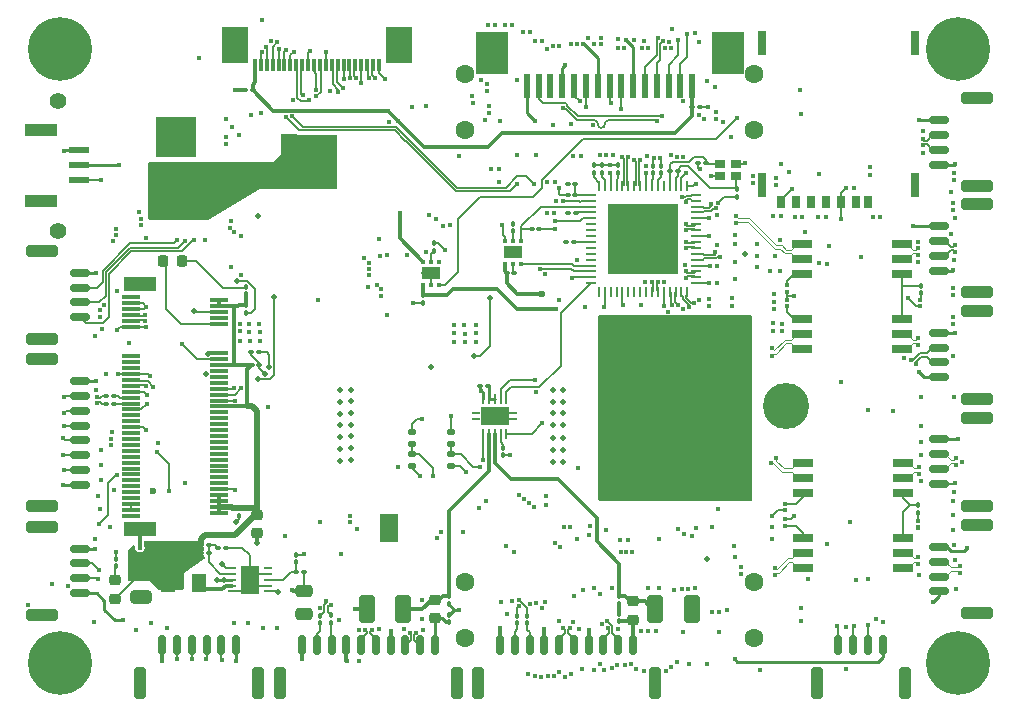
<source format=gbr>
%TF.GenerationSoftware,KiCad,Pcbnew,7.0.10*%
%TF.CreationDate,2024-02-09T12:16:23-05:00*%
%TF.ProjectId,pixc4-jetson-universal-carrier,70697863-342d-46a6-9574-736f6e2d756e,rev?*%
%TF.SameCoordinates,Original*%
%TF.FileFunction,Copper,L10,Bot*%
%TF.FilePolarity,Positive*%
%FSLAX46Y46*%
G04 Gerber Fmt 4.6, Leading zero omitted, Abs format (unit mm)*
G04 Created by KiCad (PCBNEW 7.0.10) date 2024-02-09 12:16:23*
%MOMM*%
%LPD*%
G01*
G04 APERTURE LIST*
G04 Aperture macros list*
%AMRoundRect*
0 Rectangle with rounded corners*
0 $1 Rounding radius*
0 $2 $3 $4 $5 $6 $7 $8 $9 X,Y pos of 4 corners*
0 Add a 4 corners polygon primitive as box body*
4,1,4,$2,$3,$4,$5,$6,$7,$8,$9,$2,$3,0*
0 Add four circle primitives for the rounded corners*
1,1,$1+$1,$2,$3*
1,1,$1+$1,$4,$5*
1,1,$1+$1,$6,$7*
1,1,$1+$1,$8,$9*
0 Add four rect primitives between the rounded corners*
20,1,$1+$1,$2,$3,$4,$5,0*
20,1,$1+$1,$4,$5,$6,$7,0*
20,1,$1+$1,$6,$7,$8,$9,0*
20,1,$1+$1,$8,$9,$2,$3,0*%
G04 Aperture macros list end*
%TA.AperFunction,SMDPad,CuDef*%
%ADD10R,0.299999X0.449999*%
%TD*%
%TA.AperFunction,SMDPad,CuDef*%
%ADD11R,1.599999X1.000000*%
%TD*%
%TA.AperFunction,ComponentPad*%
%ADD12C,0.499999*%
%TD*%
%TA.AperFunction,ComponentPad*%
%ADD13C,1.400000*%
%TD*%
%TA.AperFunction,ComponentPad*%
%ADD14R,3.500000X3.500000*%
%TD*%
%TA.AperFunction,ComponentPad*%
%ADD15C,3.500000*%
%TD*%
%TA.AperFunction,ComponentPad*%
%ADD16C,0.800000*%
%TD*%
%TA.AperFunction,ComponentPad*%
%ADD17C,5.400000*%
%TD*%
%TA.AperFunction,ComponentPad*%
%ADD18C,1.600000*%
%TD*%
%TA.AperFunction,ComponentPad*%
%ADD19C,0.600000*%
%TD*%
%TA.AperFunction,SMDPad,CuDef*%
%ADD20R,1.650000X2.400000*%
%TD*%
%TA.AperFunction,SMDPad,CuDef*%
%ADD21RoundRect,0.150000X0.150000X0.700000X-0.150000X0.700000X-0.150000X-0.700000X0.150000X-0.700000X0*%
%TD*%
%TA.AperFunction,SMDPad,CuDef*%
%ADD22RoundRect,0.250000X0.250000X1.100000X-0.250000X1.100000X-0.250000X-1.100000X0.250000X-1.100000X0*%
%TD*%
%TA.AperFunction,SMDPad,CuDef*%
%ADD23RoundRect,0.150000X-0.700000X0.150000X-0.700000X-0.150000X0.700000X-0.150000X0.700000X0.150000X0*%
%TD*%
%TA.AperFunction,SMDPad,CuDef*%
%ADD24RoundRect,0.250000X-1.100000X0.250000X-1.100000X-0.250000X1.100000X-0.250000X1.100000X0.250000X0*%
%TD*%
%TA.AperFunction,SMDPad,CuDef*%
%ADD25R,2.800000X1.000000*%
%TD*%
%TA.AperFunction,SMDPad,CuDef*%
%ADD26R,1.800000X0.600000*%
%TD*%
%TA.AperFunction,SMDPad,CuDef*%
%ADD27R,0.350000X0.300000*%
%TD*%
%TA.AperFunction,SMDPad,CuDef*%
%ADD28C,0.500000*%
%TD*%
%TA.AperFunction,SMDPad,CuDef*%
%ADD29RoundRect,0.100000X0.100000X-0.130000X0.100000X0.130000X-0.100000X0.130000X-0.100000X-0.130000X0*%
%TD*%
%TA.AperFunction,SMDPad,CuDef*%
%ADD30R,1.714500X0.762000*%
%TD*%
%TA.AperFunction,SMDPad,CuDef*%
%ADD31RoundRect,0.100000X-0.100000X0.130000X-0.100000X-0.130000X0.100000X-0.130000X0.100000X0.130000X0*%
%TD*%
%TA.AperFunction,SMDPad,CuDef*%
%ADD32RoundRect,0.135000X-0.185000X0.135000X-0.185000X-0.135000X0.185000X-0.135000X0.185000X0.135000X0*%
%TD*%
%TA.AperFunction,SMDPad,CuDef*%
%ADD33RoundRect,0.100000X-0.130000X-0.100000X0.130000X-0.100000X0.130000X0.100000X-0.130000X0.100000X0*%
%TD*%
%TA.AperFunction,SMDPad,CuDef*%
%ADD34R,0.304800X1.117600*%
%TD*%
%TA.AperFunction,SMDPad,CuDef*%
%ADD35R,2.311400X3.124200*%
%TD*%
%TA.AperFunction,SMDPad,CuDef*%
%ADD36RoundRect,0.218750X-0.218750X-0.256250X0.218750X-0.256250X0.218750X0.256250X-0.218750X0.256250X0*%
%TD*%
%TA.AperFunction,SMDPad,CuDef*%
%ADD37RoundRect,0.218750X-0.256250X0.218750X-0.256250X-0.218750X0.256250X-0.218750X0.256250X0.218750X0*%
%TD*%
%TA.AperFunction,SMDPad,CuDef*%
%ADD38R,0.800000X1.140000*%
%TD*%
%TA.AperFunction,SMDPad,CuDef*%
%ADD39R,0.700000X2.100000*%
%TD*%
%TA.AperFunction,SMDPad,CuDef*%
%ADD40RoundRect,0.100000X0.130000X0.100000X-0.130000X0.100000X-0.130000X-0.100000X0.130000X-0.100000X0*%
%TD*%
%TA.AperFunction,SMDPad,CuDef*%
%ADD41R,0.812800X0.254000*%
%TD*%
%TA.AperFunction,SMDPad,CuDef*%
%ADD42R,0.254000X0.812800*%
%TD*%
%TA.AperFunction,SMDPad,CuDef*%
%ADD43R,5.994400X5.994400*%
%TD*%
%TA.AperFunction,SMDPad,CuDef*%
%ADD44RoundRect,0.250000X-0.650000X0.325000X-0.650000X-0.325000X0.650000X-0.325000X0.650000X0.325000X0*%
%TD*%
%TA.AperFunction,SMDPad,CuDef*%
%ADD45R,0.280000X0.850000*%
%TD*%
%TA.AperFunction,SMDPad,CuDef*%
%ADD46R,0.700000X0.280000*%
%TD*%
%TA.AperFunction,SMDPad,CuDef*%
%ADD47R,2.400000X1.650000*%
%TD*%
%TA.AperFunction,SMDPad,CuDef*%
%ADD48R,0.711200X0.254000*%
%TD*%
%TA.AperFunction,SMDPad,CuDef*%
%ADD49R,1.600200X2.387600*%
%TD*%
%TA.AperFunction,SMDPad,CuDef*%
%ADD50RoundRect,0.225000X0.250000X-0.225000X0.250000X0.225000X-0.250000X0.225000X-0.250000X-0.225000X0*%
%TD*%
%TA.AperFunction,SMDPad,CuDef*%
%ADD51RoundRect,0.150000X0.700000X-0.150000X0.700000X0.150000X-0.700000X0.150000X-0.700000X-0.150000X0*%
%TD*%
%TA.AperFunction,SMDPad,CuDef*%
%ADD52RoundRect,0.250000X1.100000X-0.250000X1.100000X0.250000X-1.100000X0.250000X-1.100000X-0.250000X0*%
%TD*%
%TA.AperFunction,ComponentPad*%
%ADD53C,3.900000*%
%TD*%
%TA.AperFunction,SMDPad,CuDef*%
%ADD54R,1.200000X1.500000*%
%TD*%
%TA.AperFunction,SMDPad,CuDef*%
%ADD55R,0.850000X0.750000*%
%TD*%
%TA.AperFunction,SMDPad,CuDef*%
%ADD56RoundRect,0.250000X0.412500X0.925000X-0.412500X0.925000X-0.412500X-0.925000X0.412500X-0.925000X0*%
%TD*%
%TA.AperFunction,SMDPad,CuDef*%
%ADD57R,0.610000X2.000000*%
%TD*%
%TA.AperFunction,SMDPad,CuDef*%
%ADD58R,2.680000X3.600000*%
%TD*%
%TA.AperFunction,SMDPad,CuDef*%
%ADD59R,1.550000X0.300000*%
%TD*%
%TA.AperFunction,SMDPad,CuDef*%
%ADD60R,2.750000X1.200000*%
%TD*%
%TA.AperFunction,SMDPad,CuDef*%
%ADD61RoundRect,0.250000X-0.475000X0.250000X-0.475000X-0.250000X0.475000X-0.250000X0.475000X0.250000X0*%
%TD*%
%TA.AperFunction,SMDPad,CuDef*%
%ADD62RoundRect,0.250000X-0.412500X-0.925000X0.412500X-0.925000X0.412500X0.925000X-0.412500X0.925000X0*%
%TD*%
%TA.AperFunction,ViaPad*%
%ADD63C,0.400000*%
%TD*%
%TA.AperFunction,ViaPad*%
%ADD64C,0.500000*%
%TD*%
%TA.AperFunction,ViaPad*%
%ADD65C,0.600000*%
%TD*%
%TA.AperFunction,Conductor*%
%ADD66C,0.144780*%
%TD*%
%TA.AperFunction,Conductor*%
%ADD67C,0.152400*%
%TD*%
%TA.AperFunction,Conductor*%
%ADD68C,0.304800*%
%TD*%
%TA.AperFunction,Conductor*%
%ADD69C,0.254000*%
%TD*%
%TA.AperFunction,Conductor*%
%ADD70C,0.157480*%
%TD*%
%TA.AperFunction,Conductor*%
%ADD71C,0.102108*%
%TD*%
%TA.AperFunction,Conductor*%
%ADD72C,0.355600*%
%TD*%
%TA.AperFunction,Conductor*%
%ADD73C,0.508000*%
%TD*%
G04 APERTURE END LIST*
D10*
%TO.P,U14,1,OUT*%
%TO.N,+3V3_MIPI*%
X92259999Y-99755001D03*
%TO.P,U14,2,ILM*%
%TO.N,Net-(U14-ILM)*%
X92910000Y-99755001D03*
%TO.P,U14,3,~{FAULT}*%
%TO.N,unconnected-(U14-~{FAULT}-Pad3)*%
X93559999Y-99755001D03*
%TO.P,U14,4,EN*%
%TO.N,3V3_SYS*%
X93559999Y-101704999D03*
%TO.P,U14,5,GND*%
%TO.N,GND*%
X92910000Y-101704999D03*
%TO.P,U14,6,IN*%
%TO.N,+3V3*%
X92259999Y-101704999D03*
D11*
%TO.P,U14,7,PAD*%
%TO.N,GND*%
X92910000Y-100730000D03*
D12*
X93459999Y-100730000D03*
X92360001Y-100730000D03*
%TD*%
D13*
%TO.P,J27,*%
%TO.N,*%
X61310700Y-97173560D03*
X61310700Y-86173560D03*
D14*
%TO.P,J27,1,Pin_1*%
%TO.N,GND*%
X71310700Y-89173560D03*
D15*
%TO.P,J27,2,Pin_2*%
%TO.N,/MainPower/PWR_IN*%
X71310700Y-94173560D03*
%TD*%
D16*
%TO.P,J1,1,Pin_1*%
%TO.N,GND*%
X59475000Y-81750000D03*
X60068109Y-80318109D03*
X60068109Y-83181891D03*
X61500000Y-79725000D03*
D17*
X61500000Y-81750000D03*
D16*
X61500000Y-83775000D03*
X62931891Y-80318109D03*
X62931891Y-83181891D03*
X63525000Y-81750000D03*
%TD*%
%TO.P,J2,1,Pin_1*%
%TO.N,GND*%
X59475000Y-133750000D03*
X60068109Y-132318109D03*
X60068109Y-135181891D03*
X61500000Y-131725000D03*
D17*
X61500000Y-133750000D03*
D16*
X61500000Y-135775000D03*
X62931891Y-132318109D03*
X62931891Y-135181891D03*
X63525000Y-133750000D03*
%TD*%
%TO.P,J3,1,Pin_1*%
%TO.N,GND*%
X135475000Y-81750000D03*
X136068109Y-80318109D03*
X136068109Y-83181891D03*
X137500000Y-79725000D03*
D17*
X137500000Y-81750000D03*
D16*
X137500000Y-83775000D03*
X138931891Y-80318109D03*
X138931891Y-83181891D03*
X139525000Y-81750000D03*
%TD*%
%TO.P,J4,1,Pin_1*%
%TO.N,GND*%
X135475000Y-133750000D03*
X136068109Y-132318109D03*
X136068109Y-135181891D03*
X137500000Y-131725000D03*
D17*
X137500000Y-133750000D03*
D16*
X137500000Y-135775000D03*
X138931891Y-132318109D03*
X138931891Y-135181891D03*
X139525000Y-133750000D03*
%TD*%
D18*
%TO.P,J5,81,P1*%
%TO.N,+5V*%
X95750000Y-88625000D03*
%TO.P,J5,82,P2*%
X120250000Y-88625000D03*
%TO.P,J5,83,P3*%
%TO.N,GND*%
X95750000Y-83875000D03*
%TO.P,J5,84,P4*%
X120250000Y-83875000D03*
%TD*%
%TO.P,J6,81,P1*%
%TO.N,+5V*%
X95750000Y-131625000D03*
%TO.P,J6,82,P2*%
X120250000Y-131625000D03*
%TO.P,J6,83,P3*%
%TO.N,GND*%
X95750000Y-126875000D03*
%TO.P,J6,84,P4*%
X120250000Y-126875000D03*
%TD*%
D19*
%TO.P,U6,11,PAD*%
%TO.N,GND*%
X88900800Y-121406200D03*
X88900800Y-123126200D03*
X89380800Y-122266200D03*
D20*
X89380800Y-122266200D03*
D19*
X89860800Y-121406200D03*
X89860800Y-123126200D03*
%TD*%
D21*
%TO.P,J18,1,Pin_1*%
%TO.N,+VDD_5V_PERIPH*%
X76410000Y-132211200D03*
%TO.P,J18,2,Pin_2*%
%TO.N,TELEM1_TX*%
X75160000Y-132211200D03*
%TO.P,J18,3,Pin_3*%
%TO.N,TELEM1_RX*%
X73910000Y-132211200D03*
%TO.P,J18,4,Pin_4*%
%TO.N,TELEM1_CTS*%
X72660000Y-132211200D03*
%TO.P,J18,5,Pin_5*%
%TO.N,TELEM1_RTS*%
X71410000Y-132211200D03*
%TO.P,J18,6,Pin_6*%
%TO.N,GND*%
X70160000Y-132211200D03*
D22*
%TO.P,J18,MP*%
%TO.N,N/C*%
X78260000Y-135411200D03*
X68310000Y-135411200D03*
%TD*%
D23*
%TO.P,J21,1,Pin_1*%
%TO.N,PORT_VBUS_2*%
X135919600Y-87763334D03*
%TO.P,J21,2,Pin_2*%
%TO.N,USB2-*%
X135919600Y-89013334D03*
%TO.P,J21,3,Pin_3*%
%TO.N,USB2+*%
X135919600Y-90263334D03*
%TO.P,J21,4,Pin_4*%
%TO.N,GND*%
X135919600Y-91513334D03*
D24*
%TO.P,J21,MP*%
%TO.N,N/C*%
X139119600Y-85913334D03*
X139119600Y-93363334D03*
%TD*%
D23*
%TO.P,J22,1,Pin_1*%
%TO.N,PORT_VBUS_3*%
X135919600Y-96740000D03*
%TO.P,J22,2,Pin_2*%
%TO.N,USB3-*%
X135919600Y-97990000D03*
%TO.P,J22,3,Pin_3*%
%TO.N,USB3+*%
X135919600Y-99240000D03*
%TO.P,J22,4,Pin_4*%
%TO.N,GND*%
X135919600Y-100490000D03*
D24*
%TO.P,J22,MP*%
%TO.N,N/C*%
X139119600Y-94890000D03*
X139119600Y-102340000D03*
%TD*%
D23*
%TO.P,J23,1,Pin_1*%
%TO.N,PORT_VBUS_4*%
X135919600Y-105760000D03*
%TO.P,J23,2,Pin_2*%
%TO.N,USB4-*%
X135919600Y-107010000D03*
%TO.P,J23,3,Pin_3*%
%TO.N,USB4+*%
X135919600Y-108260000D03*
%TO.P,J23,4,Pin_4*%
%TO.N,GND*%
X135919600Y-109510000D03*
D24*
%TO.P,J23,MP*%
%TO.N,N/C*%
X139119600Y-103910000D03*
X139119600Y-111360000D03*
%TD*%
D25*
%TO.P,J16,*%
%TO.N,*%
X59870000Y-94570000D03*
X59870000Y-88570000D03*
D26*
%TO.P,J16,1,Pin_1*%
%TO.N,RC_INPUT*%
X63070000Y-92820000D03*
%TO.P,J16,2,Pin_2*%
%TO.N,+VDD_5V_RADIO*%
X63070000Y-91570000D03*
%TO.P,J16,3,Pin_3*%
%TO.N,GND*%
X63070000Y-90320000D03*
%TD*%
D23*
%TO.P,J17,1,Pin_1*%
%TO.N,+VDD_5V_PERIPH*%
X135919600Y-123900000D03*
%TO.P,J17,2,Pin_2*%
%TO.N,CAN_2+*%
X135919600Y-125150000D03*
%TO.P,J17,3,Pin_3*%
%TO.N,CAN_2-*%
X135919600Y-126400000D03*
%TO.P,J17,4,Pin_4*%
%TO.N,GND*%
X135919600Y-127650000D03*
D24*
%TO.P,J17,MP*%
%TO.N,N/C*%
X139119600Y-122050000D03*
X139119600Y-129500000D03*
%TD*%
D27*
%TO.P,C1,1*%
%TO.N,Net-(U1-RDCT)*%
X122910600Y-122102400D03*
%TO.P,C1,2*%
%TO.N,GND*%
X122910600Y-121542400D03*
%TD*%
%TO.P,C2,1*%
%TO.N,Net-(U2-RDCT)*%
X123012200Y-103531000D03*
%TO.P,C2,2*%
%TO.N,GND*%
X123012200Y-102971000D03*
%TD*%
%TO.P,C3,1*%
%TO.N,Net-(U1-TDCT)*%
X122910600Y-120242400D03*
%TO.P,C3,2*%
%TO.N,GND*%
X122910600Y-120802400D03*
%TD*%
%TO.P,C4,1*%
%TO.N,Net-(U2-TDCT)*%
X123012200Y-101751200D03*
%TO.P,C4,2*%
%TO.N,GND*%
X123012200Y-102311200D03*
%TD*%
%TO.P,C6,1*%
%TO.N,Net-(C6-Pad1)*%
X134340600Y-102971600D03*
%TO.P,C6,2*%
%TO.N,GND*%
X134340600Y-103531600D03*
%TD*%
D28*
%TO.P,FID3,~*%
%TO.N,N/C*%
X119470000Y-99090000D03*
%TD*%
%TO.P,FID5,~*%
%TO.N,N/C*%
X78280000Y-95850000D03*
%TD*%
%TO.P,FID6,~*%
%TO.N,N/C*%
X116250000Y-124950000D03*
%TD*%
D29*
%TO.P,R4,1*%
%TO.N,Net-(C6-Pad1)*%
X134360600Y-102401600D03*
%TO.P,R4,2*%
%TO.N,Net-(U2-RXCT)*%
X134360600Y-101761600D03*
%TD*%
D30*
%TO.P,U1,1,RD+*%
%TO.N,ETH_RADIO_RX_P*%
X124407250Y-125649800D03*
%TO.P,U1,2,RD-*%
%TO.N,ETH_RADIO_RX_N*%
X124407250Y-124379800D03*
%TO.P,U1,3,RDCT*%
%TO.N,Net-(U1-RDCT)*%
X124407250Y-123109800D03*
%TO.P,U1,4,TDCT*%
%TO.N,Net-(U1-TDCT)*%
X124407250Y-119299800D03*
%TO.P,U1,5,TD+*%
%TO.N,ETH_RADIO_TX_P*%
X124407250Y-118029800D03*
%TO.P,U1,6,TD-*%
%TO.N,ETH_RADIO_TX_N*%
X124407250Y-116759800D03*
%TO.P,U1,7,TX-*%
%TO.N,ETH_RADIO_TX_POSTMAG_N*%
X132852750Y-116759800D03*
%TO.P,U1,8,TX+*%
%TO.N,ETH_RADIO_TX_POSTMAG_P*%
X132852750Y-118029800D03*
%TO.P,U1,9,TXCT*%
%TO.N,Net-(U1-RXCT)*%
X132852750Y-119299800D03*
%TO.P,U1,10,RXCT*%
X132852750Y-123109800D03*
%TO.P,U1,11,RX-*%
%TO.N,ETH_RADIO_RX_POSTMAG_N*%
X132852750Y-124379800D03*
%TO.P,U1,12,RX+*%
%TO.N,ETH_RADIO_RX_POSTMAG_P*%
X132852750Y-125649800D03*
%TD*%
%TO.P,U2,1,RD+*%
%TO.N,ETH_SPARE_RX_P*%
X124350000Y-107140000D03*
%TO.P,U2,2,RD-*%
%TO.N,ETH_SPARE_RX_N*%
X124350000Y-105870000D03*
%TO.P,U2,3,RDCT*%
%TO.N,Net-(U2-RDCT)*%
X124350000Y-104600000D03*
%TO.P,U2,4,TDCT*%
%TO.N,Net-(U2-TDCT)*%
X124350000Y-100790000D03*
%TO.P,U2,5,TD+*%
%TO.N,ETH_SPARE_TX_P*%
X124350000Y-99520000D03*
%TO.P,U2,6,TD-*%
%TO.N,ETH_SPARE_TX_N*%
X124350000Y-98250000D03*
%TO.P,U2,7,TX-*%
%TO.N,ETH_SPARE_TX_POSTMAG_N*%
X132795500Y-98250000D03*
%TO.P,U2,8,TX+*%
%TO.N,ETH_SPARE_TX_POSTMAG_P*%
X132795500Y-99520000D03*
%TO.P,U2,9,TXCT*%
%TO.N,Net-(U2-RXCT)*%
X132795500Y-100790000D03*
%TO.P,U2,10,RXCT*%
X132795500Y-104600000D03*
%TO.P,U2,11,RX-*%
%TO.N,ETH_SPARE_RX_POSTMAG_N*%
X132795500Y-105870000D03*
%TO.P,U2,12,RX+*%
%TO.N,ETH_SPARE_RX_POSTMAG_P*%
X132795500Y-107140000D03*
%TD*%
D27*
%TO.P,C5,1*%
%TO.N,Net-(C5-Pad1)*%
X134112000Y-121664800D03*
%TO.P,C5,2*%
%TO.N,GND*%
X134112000Y-122224800D03*
%TD*%
D29*
%TO.P,R3,1*%
%TO.N,Net-(C5-Pad1)*%
X134112000Y-120985200D03*
%TO.P,R3,2*%
%TO.N,Net-(U1-RXCT)*%
X134112000Y-120345200D03*
%TD*%
D31*
%TO.P,C50,1*%
%TO.N,USB_EXT2_SSTX+*%
X100228400Y-129728000D03*
%TO.P,C50,2*%
%TO.N,Net-(J29-Pin_9)*%
X100228400Y-130368000D03*
%TD*%
D32*
%TO.P,R47,1*%
%TO.N,SPARE1_ADC1*%
X91320000Y-116060000D03*
%TO.P,R47,2*%
%TO.N,Net-(J13-Pin_6)*%
X91320000Y-117080000D03*
%TD*%
D33*
%TO.P,C88,1*%
%TO.N,+3.3V_MODEM*%
X73441200Y-124409200D03*
%TO.P,C88,2*%
%TO.N,Net-(U12-OUT)*%
X74081200Y-124409200D03*
%TD*%
D29*
%TO.P,C56,1*%
%TO.N,Net-(IC1-USB_SSRXP_UP)*%
X111709200Y-92257400D03*
%TO.P,C56,2*%
%TO.N,USBSS_TX_P*%
X111709200Y-91617400D03*
%TD*%
D34*
%TO.P,J8,1,Pin_1*%
%TO.N,+3V3_MIPI*%
X78005000Y-83106999D03*
%TO.P,J8,2,Pin_2*%
%TO.N,CAM0_SDA0*%
X78504999Y-83106999D03*
%TO.P,J8,3,Pin_3*%
%TO.N,CAM0_SCL0*%
X79005001Y-83106999D03*
%TO.P,J8,4,Pin_4*%
%TO.N,GND*%
X79505000Y-83106999D03*
%TO.P,J8,5,Pin_5*%
%TO.N,CAM0_MCLK*%
X80004999Y-83106999D03*
%TO.P,J8,6,Pin_6*%
%TO.N,CAM0_GPIO*%
X80505000Y-83106999D03*
%TO.P,J8,7,Pin_7*%
%TO.N,GND*%
X81004999Y-83106999D03*
%TO.P,J8,8,Pin_8*%
%TO.N,CAM0_D3_P*%
X81505001Y-83106999D03*
%TO.P,J8,9,Pin_9*%
%TO.N,CAM0_D3_N*%
X82005000Y-83106999D03*
%TO.P,J8,10,Pin_10*%
%TO.N,GND*%
X82504999Y-83106999D03*
%TO.P,J8,11,Pin_11*%
%TO.N,CAM0_D2_P*%
X83005000Y-83106999D03*
%TO.P,J8,12,Pin_12*%
%TO.N,CAM0_D2_N*%
X83504999Y-83106999D03*
%TO.P,J8,13,Pin_13*%
%TO.N,GND*%
X84005001Y-83106999D03*
%TO.P,J8,14,Pin_14*%
%TO.N,CAM0_C_P*%
X84505000Y-83106999D03*
%TO.P,J8,15,Pin_15*%
%TO.N,CAM0_C_N*%
X85004999Y-83106999D03*
%TO.P,J8,16,Pin_16*%
%TO.N,GND*%
X85505000Y-83106999D03*
%TO.P,J8,17,Pin_17*%
%TO.N,CAM0_D1_P*%
X86004999Y-83106999D03*
%TO.P,J8,18,Pin_18*%
%TO.N,CAM0_D1_N*%
X86505001Y-83106999D03*
%TO.P,J8,19,Pin_19*%
%TO.N,GND*%
X87005000Y-83106999D03*
%TO.P,J8,20,Pin_20*%
%TO.N,CAM0_D0_P*%
X87504999Y-83106999D03*
%TO.P,J8,21,Pin_21*%
%TO.N,CAM0_D0_N*%
X88005000Y-83106999D03*
%TO.P,J8,22,Pin_22*%
%TO.N,GND*%
X88504999Y-83106999D03*
D35*
%TO.P,J8,23,S1*%
X76340000Y-81407000D03*
%TO.P,J8,24,S2*%
X90170000Y-81407000D03*
%TD*%
D36*
%TO.P,D12,1,K*%
%TO.N,Net-(D12-K)*%
X70256300Y-99669600D03*
%TO.P,D12,2,A*%
%TO.N,Net-(D12-A)*%
X71831300Y-99669600D03*
%TD*%
D33*
%TO.P,C81,1*%
%TO.N,USB_CELL_SSTX-*%
X65430000Y-111074200D03*
%TO.P,C81,2*%
%TO.N,Net-(J30-PETn1{slash}USB3.0-Tx-{slash}SSIC-TxN)*%
X66070000Y-111074200D03*
%TD*%
D37*
%TO.P,D13,1,K*%
%TO.N,Net-(D13-K)*%
X66192400Y-126720800D03*
%TO.P,D13,2,A*%
%TO.N,+3.3V_MODEM*%
X66192400Y-128295800D03*
%TD*%
D29*
%TO.P,R50,1*%
%TO.N,Net-(D13-K)*%
X66217800Y-125527200D03*
%TO.P,R50,2*%
%TO.N,GND*%
X66217800Y-124887200D03*
%TD*%
D38*
%TO.P,J31,C1,VCC*%
%TO.N,+SIM_VCC*%
X127653400Y-94703800D03*
%TO.P,J31,C2,RST*%
%TO.N,SIM_RESET*%
X125113400Y-94703800D03*
%TO.P,J31,C3,CLK*%
%TO.N,SIM_CLK*%
X122573400Y-94703800D03*
%TO.P,J31,C5,GND*%
%TO.N,GND*%
X128923400Y-94703800D03*
%TO.P,J31,C6,VPP*%
%TO.N,unconnected-(J31-VPP-PadC6)*%
X126383400Y-94703800D03*
%TO.P,J31,C7,I/O*%
%TO.N,SIM_DATA*%
X123843400Y-94703800D03*
%TO.P,J31,CD,CD*%
%TO.N,SIM_DETECT*%
X129873400Y-94703800D03*
D39*
%TO.P,J31,S1,SH*%
%TO.N,GND*%
X120903400Y-93223800D03*
%TO.P,J31,S2,SH*%
X133903400Y-93223800D03*
%TO.P,J31,S3,SH*%
X120903400Y-81223800D03*
%TO.P,J31,S4,SH*%
X133903400Y-81223800D03*
%TD*%
D40*
%TO.P,R48,1*%
%TO.N,Net-(U12-OUT)*%
X74081600Y-123698000D03*
%TO.P,R48,2*%
%TO.N,+3.3V_MODEM*%
X73441600Y-123698000D03*
%TD*%
D41*
%TO.P,IC1,1,USB_DP_DN1*%
%TO.N,USB_CELL_D+*%
X115316000Y-94068001D03*
%TO.P,IC1,2,USB_DM_DN1*%
%TO.N,USB_CELL_D-*%
X115316000Y-94568000D03*
%TO.P,IC1,3,USB_SSTXP_DN1*%
%TO.N,USB_CELL_SSTX+*%
X115316000Y-95068001D03*
%TO.P,IC1,4,USB_SSTXM_DN1*%
%TO.N,USB_CELL_SSTX-*%
X115316000Y-95568000D03*
%TO.P,IC1,5,VDD_1*%
%TO.N,+1V1*%
X115316000Y-96068002D03*
%TO.P,IC1,6,USB_SSRXP_DN1*%
%TO.N,USB_CELL_SSRX+*%
X115316000Y-96568001D03*
%TO.P,IC1,7,USB_SSRXM_DN1*%
%TO.N,USB_CELL_SSRX-*%
X115316000Y-97068000D03*
%TO.P,IC1,8,VDD_2*%
%TO.N,+1V1*%
X115316000Y-97568001D03*
%TO.P,IC1,9,USB_DP_DN2*%
%TO.N,USB_EXT1_D+*%
X115316000Y-98068001D03*
%TO.P,IC1,10,USB_DM_DN2*%
%TO.N,USB_EXT1_D-*%
X115316000Y-98568002D03*
%TO.P,IC1,11,USB_SSTXP_DN2*%
%TO.N,USB_EXT1_SSTX+*%
X115316000Y-99068001D03*
%TO.P,IC1,12,USB_SSTXM_DN2*%
%TO.N,USB_EXT1_SSTX-*%
X115316000Y-99568000D03*
%TO.P,IC1,13,VDD_3*%
%TO.N,+1V1*%
X115316000Y-100068002D03*
%TO.P,IC1,14,USB_SSRXP_DN2*%
%TO.N,USB_EXT1_SSRX+*%
X115316000Y-100568001D03*
%TO.P,IC1,15,USB_SSRXM_DN2*%
%TO.N,USB_EXT1_SSRX-*%
X115316000Y-101068002D03*
%TO.P,IC1,16,VDD33_1*%
%TO.N,+3V3*%
X115316000Y-101568001D03*
D42*
%TO.P,IC1,17,USB_DP_DN3*%
%TO.N,USB_EXT2_D+*%
X114617599Y-102266402D03*
%TO.P,IC1,18,USB_DM_DN3*%
%TO.N,USB_EXT2_D-*%
X114117600Y-102266402D03*
%TO.P,IC1,19,USB_SSTXP_DN3*%
%TO.N,USB_EXT2_SSTX+*%
X113617599Y-102266402D03*
%TO.P,IC1,20,USB_SSTXM_DN3*%
%TO.N,USB_EXT2_SSTX-*%
X113117600Y-102266402D03*
%TO.P,IC1,21,VDD_4*%
%TO.N,+1V1*%
X112617598Y-102266402D03*
%TO.P,IC1,22,USB_SSRXP_DN3*%
%TO.N,USB_EXT2_SSRX+*%
X112117599Y-102266402D03*
%TO.P,IC1,23,USB_SSRXM_DN3*%
%TO.N,USB_EXT2_SSRX-*%
X111617600Y-102266402D03*
%TO.P,IC1,24,USB_DP_DN4*%
%TO.N,unconnected-(IC1-USB_DP_DN4-Pad24)*%
X111117599Y-102266402D03*
%TO.P,IC1,25,USB_DM_DN4*%
%TO.N,unconnected-(IC1-USB_DM_DN4-Pad25)*%
X110617599Y-102266402D03*
%TO.P,IC1,26,USB_SSTXP_DN4*%
%TO.N,unconnected-(IC1-USB_SSTXP_DN4-Pad26)*%
X110117598Y-102266402D03*
%TO.P,IC1,27,USB_SSTXM_DN4*%
%TO.N,unconnected-(IC1-USB_SSTXM_DN4-Pad27)*%
X109617599Y-102266402D03*
%TO.P,IC1,28,VDD_5*%
%TO.N,+1V1*%
X109117600Y-102266402D03*
%TO.P,IC1,29,USB_SSRXP_DN4*%
%TO.N,unconnected-(IC1-USB_SSRXP_DN4-Pad29)*%
X108617598Y-102266402D03*
%TO.P,IC1,30,USB_SSRXM_DN4*%
%TO.N,unconnected-(IC1-USB_SSRXM_DN4-Pad30)*%
X108117599Y-102266402D03*
%TO.P,IC1,31,VDD_6*%
%TO.N,+1V1*%
X107617598Y-102266402D03*
%TO.P,IC1,32,PWRCTL4/BATEN4*%
%TO.N,unconnected-(IC1-PWRCTL4{slash}BATEN4-Pad32)*%
X107117599Y-102266402D03*
D41*
%TO.P,IC1,33,PWRCTL3/BATEN3*%
%TO.N,PWRCTRL3*%
X106419198Y-101568001D03*
%TO.P,IC1,34,VDD33_2*%
%TO.N,+3V3*%
X106419198Y-101068002D03*
%TO.P,IC1,35,PWRCTL2/BATEN2*%
%TO.N,PWRCTRL2*%
X106419198Y-100568001D03*
%TO.P,IC1,36,PWRCTL1/BATEN1*%
%TO.N,PWRCTRL1*%
X106419198Y-100068002D03*
%TO.P,IC1,37,SDA/SMBDAT*%
%TO.N,unconnected-(IC1-SDA{slash}SMBDAT-Pad37)*%
X106419198Y-99568000D03*
%TO.P,IC1,38,SCL/SMBCLK*%
%TO.N,unconnected-(IC1-SCL{slash}SMBCLK-Pad38)*%
X106419198Y-99068001D03*
%TO.P,IC1,39,SMBUSZ/SS_SUSPEND*%
%TO.N,unconnected-(IC1-SMBUSZ{slash}SS_SUSPEND-Pad39)*%
X106419198Y-98568002D03*
%TO.P,IC1,40,FULLPWRMGMTZ/SMBA1/SS_UP*%
%TO.N,Net-(IC1-FULLPWRMGMTZ{slash}SMBA1{slash}SS_UP)*%
X106419198Y-98068001D03*
%TO.P,IC1,41,PWRCTL_POL*%
%TO.N,unconnected-(IC1-PWRCTL_POL-Pad41)*%
X106419198Y-97568001D03*
%TO.P,IC1,42,GANGED/SMBA2/HS_UP*%
%TO.N,unconnected-(IC1-GANGED{slash}SMBA2{slash}HS_UP-Pad42)*%
X106419198Y-97068000D03*
%TO.P,IC1,43,OVERCUR4Z*%
%TO.N,unconnected-(IC1-OVERCUR4Z-Pad43)*%
X106419198Y-96568001D03*
%TO.P,IC1,44,OVERCUR3Z*%
%TO.N,OVERCUR3*%
X106419198Y-96068002D03*
%TO.P,IC1,45,AUTOENZ/HS_SUSPEND*%
%TO.N,Net-(IC1-AUTOENZ{slash}HS_SUSPEND)*%
X106419198Y-95568000D03*
%TO.P,IC1,46,OVERCUR1Z*%
%TO.N,OVERCUR1*%
X106419198Y-95068001D03*
%TO.P,IC1,47,OVERCUR2Z*%
%TO.N,OVERCUR2*%
X106419198Y-94568000D03*
%TO.P,IC1,48,USB_VBUS*%
%TO.N,Net-(IC1-USB_VBUS)*%
X106419198Y-94068001D03*
D42*
%TO.P,IC1,49,TEST*%
%TO.N,Net-(IC1-TEST)*%
X107117599Y-93369600D03*
%TO.P,IC1,50,GRSTZ*%
%TO.N,Net-(IC1-GRSTZ)*%
X107617598Y-93369600D03*
%TO.P,IC1,51,VDD_7*%
%TO.N,+1V1*%
X108117599Y-93369600D03*
%TO.P,IC1,52,VDD33_3*%
%TO.N,+3V3*%
X108617598Y-93369600D03*
%TO.P,IC1,53,USB_DP_UP*%
%TO.N,JETSON_USB1_D_P*%
X109117600Y-93369600D03*
%TO.P,IC1,54,USB_DM_UP*%
%TO.N,JETSON_USB1_D_N*%
X109617599Y-93369600D03*
%TO.P,IC1,55,USB_SSTXP_UP*%
%TO.N,USBSS_RX_P*%
X110117598Y-93369600D03*
%TO.P,IC1,56,USB_SSTXM_UP*%
%TO.N,USBSS_RX_N*%
X110617599Y-93369600D03*
%TO.P,IC1,57,VDD_8*%
%TO.N,+1V1*%
X111117599Y-93369600D03*
%TO.P,IC1,58,USB_SSRXP_UP*%
%TO.N,Net-(IC1-USB_SSRXP_UP)*%
X111617600Y-93369600D03*
%TO.P,IC1,59,USB_SSRXM_UP*%
%TO.N,Net-(IC1-USB_SSRXM_UP)*%
X112117599Y-93369600D03*
%TO.P,IC1,60,NC*%
%TO.N,unconnected-(IC1-NC-Pad60)*%
X112617598Y-93369600D03*
%TO.P,IC1,61,XO*%
%TO.N,Net-(IC1-XO)*%
X113117600Y-93369600D03*
%TO.P,IC1,62,XI*%
%TO.N,Net-(IC1-XI)*%
X113617599Y-93369600D03*
%TO.P,IC1,63,VDD33_4*%
%TO.N,+3V3*%
X114117600Y-93369600D03*
%TO.P,IC1,64,USB_R1*%
%TO.N,Net-(IC1-USB_R1)*%
X114617599Y-93369600D03*
D43*
%TO.P,IC1,65,EP*%
%TO.N,GND*%
X110867599Y-97818001D03*
%TD*%
D40*
%TO.P,R49,1*%
%TO.N,GND*%
X75529400Y-123952000D03*
%TO.P,R49,2*%
%TO.N,Net-(U12-OUT)*%
X74889400Y-123952000D03*
%TD*%
D44*
%TO.P,C89,1*%
%TO.N,+3.3V_MODEM*%
X68326000Y-125220600D03*
%TO.P,C89,2*%
%TO.N,GND*%
X68326000Y-128170600D03*
%TD*%
D40*
%TO.P,R32,1*%
%TO.N,Net-(IC1-XI)*%
X113807200Y-92024200D03*
%TO.P,R32,2*%
%TO.N,Net-(IC1-XO)*%
X113167200Y-92024200D03*
%TD*%
D31*
%TO.P,C44,1*%
%TO.N,Net-(IC1-XI)*%
X118821200Y-93609200D03*
%TO.P,C44,2*%
%TO.N,GND*%
X118821200Y-94249200D03*
%TD*%
D10*
%TO.P,U11,1,OUT*%
%TO.N,VBUS_CELL*%
X99207800Y-97967800D03*
%TO.P,U11,2,ILM*%
%TO.N,Net-(U11-ILM)*%
X99857801Y-97967800D03*
%TO.P,U11,3,~{FAULT}*%
%TO.N,OVERCUR1*%
X100507800Y-97967800D03*
%TO.P,U11,4,EN*%
%TO.N,PWRCTRL1*%
X100507800Y-99917798D03*
%TO.P,U11,5,GND*%
%TO.N,GND*%
X99857801Y-99917798D03*
%TO.P,U11,6,IN*%
%TO.N,+5V*%
X99207800Y-99917798D03*
D11*
%TO.P,U11,7,PAD*%
%TO.N,GND*%
X99857801Y-98942799D03*
%TD*%
D29*
%TO.P,C82,1*%
%TO.N,GND*%
X76657200Y-121274800D03*
%TO.P,C82,2*%
%TO.N,+3.3V_MODEM*%
X76657200Y-120634800D03*
%TD*%
D32*
%TO.P,R51,1*%
%TO.N,GND*%
X91320000Y-114130000D03*
%TO.P,R51,2*%
%TO.N,SPARE1_ADC1*%
X91320000Y-115150000D03*
%TD*%
%TO.P,R53,1*%
%TO.N,SPARE2_ADC1*%
X94640000Y-116060000D03*
%TO.P,R53,2*%
%TO.N,Net-(J13-Pin_7)*%
X94640000Y-117080000D03*
%TD*%
D45*
%TO.P,U10,1,GND*%
%TO.N,GND*%
X97301600Y-111349200D03*
%TO.P,U10,2,IN*%
%TO.N,+5V*%
X97801600Y-111349200D03*
%TO.P,U10,3,IN*%
X98301600Y-111349200D03*
%TO.P,U10,4,EN1*%
%TO.N,PWRCTRL2*%
X98801600Y-111349200D03*
%TO.P,U10,5,EN2*%
%TO.N,PWRCTRL3*%
X99301600Y-111349200D03*
%TO.P,U10,6,~{FAULT2}*%
%TO.N,OVERCUR3*%
X99301600Y-114299200D03*
%TO.P,U10,7,ILM*%
%TO.N,Net-(U10-ILM)*%
X98801600Y-114299200D03*
%TO.P,U10,8,OUT2*%
%TO.N,VBUS_EXT2*%
X98301600Y-114299200D03*
%TO.P,U10,9,OUT1*%
%TO.N,VBUS_EXT1*%
X97801600Y-114299200D03*
%TO.P,U10,10,~{FAULT1}*%
%TO.N,OVERCUR2*%
X97301600Y-114299200D03*
D19*
%TO.P,U10,11,PAD*%
%TO.N,GND*%
X99161600Y-112344200D03*
X97441600Y-112344200D03*
D46*
X99851600Y-112574200D03*
X96751600Y-112574200D03*
D19*
X98301600Y-112824200D03*
D47*
X98301600Y-112824200D03*
D46*
X99851600Y-113074200D03*
X96751600Y-113074200D03*
D19*
X99161600Y-113304200D03*
X97441600Y-113304200D03*
%TD*%
D48*
%TO.P,U12,1,~{RESET}*%
%TO.N,unconnected-(U12-~{RESET}-Pad1)*%
X79070200Y-125660398D03*
%TO.P,U12,2,SSEN*%
%TO.N,GND*%
X79070200Y-126160400D03*
%TO.P,U12,3,AV*%
%TO.N,Net-(U12-AV)*%
X79070200Y-126660399D03*
%TO.P,U12,4,GND*%
%TO.N,GND*%
X79070200Y-127160398D03*
%TO.P,U12,5,SYNC*%
%TO.N,+5V_FMU*%
X79070200Y-127660400D03*
%TO.P,U12,6,PGND*%
%TO.N,GND*%
X76073000Y-127660400D03*
%TO.P,U12,7,LX*%
%TO.N,Net-(U12-LX)*%
X76073000Y-127160398D03*
%TO.P,U12,8,PV*%
%TO.N,+5V_FMU*%
X76073000Y-126660399D03*
%TO.P,U12,9,OUT*%
%TO.N,Net-(U12-OUT)*%
X76073000Y-126160400D03*
%TO.P,U12,10,EN*%
%TO.N,+5V_FMU*%
X76073000Y-125660398D03*
D49*
%TO.P,U12,11,EP*%
%TO.N,GND*%
X77571600Y-126660399D03*
%TD*%
D31*
%TO.P,C58,1*%
%TO.N,GND*%
X108762800Y-91587800D03*
%TO.P,C58,2*%
%TO.N,+3V3*%
X108762800Y-92227800D03*
%TD*%
D33*
%TO.P,C43,1*%
%TO.N,GND*%
X115544600Y-91414600D03*
%TO.P,C43,2*%
%TO.N,Net-(IC1-XO)*%
X116184600Y-91414600D03*
%TD*%
D21*
%TO.P,J32,1,Pin_1*%
%TO.N,+5V_PROT_INS*%
X131160000Y-132190000D03*
%TO.P,J32,2,Pin_2*%
%TO.N,RS232_TXD*%
X129910000Y-132190000D03*
%TO.P,J32,3,Pin_3*%
%TO.N,RS232_RXD*%
X128660000Y-132190000D03*
%TO.P,J32,4,Pin_4*%
%TO.N,GND*%
X127410000Y-132190000D03*
D22*
%TO.P,J32,MP*%
%TO.N,N/C*%
X133010000Y-135390000D03*
X125560000Y-135390000D03*
%TD*%
D29*
%TO.P,C75,1*%
%TO.N,GND*%
X108864400Y-128717000D03*
%TO.P,C75,2*%
%TO.N,VBUS_EXT2*%
X108864400Y-128077000D03*
%TD*%
D40*
%TO.P,R44,1*%
%TO.N,PCIE_DIS*%
X78374200Y-108483400D03*
%TO.P,R44,2*%
%TO.N,+3.3V_MODEM*%
X77734200Y-108483400D03*
%TD*%
D29*
%TO.P,R37,1*%
%TO.N,Net-(IC1-TEST)*%
X106680000Y-92217200D03*
%TO.P,R37,2*%
%TO.N,GND*%
X106680000Y-91577200D03*
%TD*%
D50*
%TO.P,C83,1*%
%TO.N,GND*%
X78155800Y-122695000D03*
%TO.P,C83,2*%
%TO.N,+3.3V_MODEM*%
X78155800Y-121145000D03*
%TD*%
D51*
%TO.P,J13,1,Pin_1*%
%TO.N,+VDD_5V_PERIPH*%
X63170000Y-118610000D03*
%TO.P,J13,2,Pin_2*%
%TO.N,BATT_VOLTAGE_SENS_PROT*%
X63170000Y-117360000D03*
%TO.P,J13,3,Pin_3*%
%TO.N,BATT_CURRENT_SENS_PROT*%
X63170000Y-116110000D03*
%TO.P,J13,4,Pin_4*%
%TO.N,BATT2_VOLTAGE_SENS_PROT*%
X63170000Y-114860000D03*
%TO.P,J13,5,Pin_5*%
%TO.N,BATT2_CURRENT_SENS_PROT*%
X63170000Y-113610000D03*
%TO.P,J13,6,Pin_6*%
%TO.N,Net-(J13-Pin_6)*%
X63170000Y-112360000D03*
%TO.P,J13,7,Pin_7*%
%TO.N,Net-(J13-Pin_7)*%
X63170000Y-111110000D03*
%TO.P,J13,8,Pin_8*%
%TO.N,GND*%
X63170000Y-109860000D03*
D52*
%TO.P,J13,MP*%
%TO.N,N/C*%
X59970000Y-120460000D03*
X59970000Y-108010000D03*
%TD*%
D21*
%TO.P,J29,1,Pin_1*%
%TO.N,Net-(J29-Pin_1)*%
X110010000Y-132211200D03*
%TO.P,J29,2,Pin_2*%
%TO.N,USB_EXT2_D-*%
X108760000Y-132211200D03*
%TO.P,J29,3,Pin_3*%
%TO.N,USB_EXT2_D+*%
X107510000Y-132211200D03*
%TO.P,J29,4,Pin_4*%
%TO.N,GND*%
X106260000Y-132211200D03*
%TO.P,J29,5,Pin_5*%
%TO.N,USB_EXT2_SSRX-*%
X105010000Y-132211200D03*
%TO.P,J29,6,Pin_6*%
%TO.N,USB_EXT2_SSRX+*%
X103760000Y-132211200D03*
%TO.P,J29,7,Pin_7*%
%TO.N,GND*%
X102510000Y-132211200D03*
%TO.P,J29,8,Pin_8*%
%TO.N,Net-(J29-Pin_8)*%
X101260000Y-132211200D03*
%TO.P,J29,9,Pin_9*%
%TO.N,Net-(J29-Pin_9)*%
X100010000Y-132211200D03*
%TO.P,J29,10,Pin_10*%
%TO.N,GND*%
X98760000Y-132211200D03*
D22*
%TO.P,J29,MP*%
%TO.N,N/C*%
X111860000Y-135411200D03*
X96910000Y-135411200D03*
%TD*%
D31*
%TO.P,C45,1*%
%TO.N,USB_EXT2_SSTX-*%
X101041200Y-129728000D03*
%TO.P,C45,2*%
%TO.N,Net-(J29-Pin_8)*%
X101041200Y-130368000D03*
%TD*%
%TO.P,R55,1*%
%TO.N,GND*%
X93190000Y-98170000D03*
%TO.P,R55,2*%
%TO.N,Net-(U14-ILM)*%
X93190000Y-98810000D03*
%TD*%
%TO.P,C54,1*%
%TO.N,GND*%
X94411800Y-129616200D03*
%TO.P,C54,2*%
%TO.N,Net-(J24-Pin_1)*%
X94411800Y-130256200D03*
%TD*%
D29*
%TO.P,C74,1*%
%TO.N,GND*%
X94411800Y-128706400D03*
%TO.P,C74,2*%
%TO.N,VBUS_EXT1*%
X94411800Y-128066400D03*
%TD*%
D53*
%TO.P,SP1,1,1*%
%TO.N,GND*%
X123000000Y-112000000D03*
%TD*%
D51*
%TO.P,J33,1,Pin_1*%
%TO.N,GPIO02*%
X63170000Y-104440000D03*
%TO.P,J33,2,Pin_2*%
%TO.N,nMOD_SLEEP*%
X63170000Y-103190000D03*
%TO.P,J33,3,Pin_3*%
%TO.N,SLEEP{slash}WAKE*%
X63170000Y-101940000D03*
%TO.P,J33,4,Pin_4*%
%TO.N,GND*%
X63170000Y-100690000D03*
D52*
%TO.P,J33,MP*%
%TO.N,N/C*%
X59970000Y-106290000D03*
X59970000Y-98840000D03*
%TD*%
D31*
%TO.P,C53,1*%
%TO.N,GND*%
X108864400Y-129540000D03*
%TO.P,C53,2*%
%TO.N,Net-(J29-Pin_1)*%
X108864400Y-130180000D03*
%TD*%
D33*
%TO.P,R40,1*%
%TO.N,+3V3*%
X104378800Y-98094800D03*
%TO.P,R40,2*%
%TO.N,Net-(IC1-FULLPWRMGMTZ{slash}SMBA1{slash}SS_UP)*%
X105018800Y-98094800D03*
%TD*%
D40*
%TO.P,C28,1*%
%TO.N,+3V3_MIPI*%
X77830000Y-85220000D03*
%TO.P,C28,2*%
%TO.N,GND*%
X77190000Y-85220000D03*
%TD*%
D54*
%TO.P,L4,1,1*%
%TO.N,Net-(U12-LX)*%
X73308200Y-126949200D03*
%TO.P,L4,2,2*%
%TO.N,+3.3V_MODEM*%
X70608200Y-126949200D03*
%TD*%
D29*
%TO.P,C55,1*%
%TO.N,Net-(IC1-USB_SSRXM_UP)*%
X112369600Y-92257800D03*
%TO.P,C55,2*%
%TO.N,USBSS_TX_N*%
X112369600Y-91617800D03*
%TD*%
D40*
%TO.P,R45,1*%
%TO.N,GND*%
X78348800Y-107416600D03*
%TO.P,R45,2*%
%TO.N,PCIE_DIS*%
X77708800Y-107416600D03*
%TD*%
%TO.P,R22,1*%
%TO.N,Net-(IC1-USB_VBUS)*%
X105131000Y-94081600D03*
%TO.P,R22,2*%
%TO.N,PORT_VBUS_JETSON*%
X104491000Y-94081600D03*
%TD*%
D33*
%TO.P,C79,1*%
%TO.N,+5V*%
X99324200Y-100660200D03*
%TO.P,C79,2*%
%TO.N,GND*%
X99964200Y-100660200D03*
%TD*%
D37*
%TO.P,FB1,1*%
%TO.N,VBUS_EXT2*%
X110032800Y-128498500D03*
%TO.P,FB1,2*%
%TO.N,Net-(J29-Pin_1)*%
X110032800Y-130073500D03*
%TD*%
D51*
%TO.P,J25,1,Pin_1*%
%TO.N,+VDD_5V_PERIPH*%
X63190000Y-127780000D03*
%TO.P,J25,2,Pin_2*%
%TO.N,FMU_I2C_2_SCL*%
X63190000Y-126530000D03*
%TO.P,J25,3,Pin_3*%
%TO.N,FMU_I2C_2_SDA*%
X63190000Y-125280000D03*
%TO.P,J25,4,Pin_4*%
%TO.N,GND*%
X63190000Y-124030000D03*
D52*
%TO.P,J25,MP*%
%TO.N,N/C*%
X59990000Y-129630000D03*
X59990000Y-122180000D03*
%TD*%
D31*
%TO.P,R41,1*%
%TO.N,GND*%
X99872800Y-96540400D03*
%TO.P,R41,2*%
%TO.N,Net-(U11-ILM)*%
X99872800Y-97180400D03*
%TD*%
D21*
%TO.P,J24,1,Pin_1*%
%TO.N,Net-(J24-Pin_1)*%
X93240000Y-132211200D03*
%TO.P,J24,2,Pin_2*%
%TO.N,USB_EXT1_D-*%
X91990000Y-132211200D03*
%TO.P,J24,3,Pin_3*%
%TO.N,USB_EXT1_D+*%
X90740000Y-132211200D03*
%TO.P,J24,4,Pin_4*%
%TO.N,GND*%
X89490000Y-132211200D03*
%TO.P,J24,5,Pin_5*%
%TO.N,USB_EXT1_SSRX-*%
X88240000Y-132211200D03*
%TO.P,J24,6,Pin_6*%
%TO.N,USB_EXT1_SSRX+*%
X86990000Y-132211200D03*
%TO.P,J24,7,Pin_7*%
%TO.N,GND*%
X85740000Y-132211200D03*
%TO.P,J24,8,Pin_8*%
%TO.N,Net-(J24-Pin_8)*%
X84490000Y-132211200D03*
%TO.P,J24,9,Pin_9*%
%TO.N,Net-(J24-Pin_9)*%
X83240000Y-132211200D03*
%TO.P,J24,10,Pin_10*%
%TO.N,GND*%
X81990000Y-132211200D03*
D22*
%TO.P,J24,MP*%
%TO.N,N/C*%
X95090000Y-135411200D03*
X80140000Y-135411200D03*
%TD*%
D31*
%TO.P,C52,1*%
%TO.N,USB_EXT1_SSTX+*%
X83540600Y-129702600D03*
%TO.P,C52,2*%
%TO.N,Net-(J24-Pin_9)*%
X83540600Y-130342600D03*
%TD*%
%TO.P,C78,1*%
%TO.N,GND*%
X107416600Y-91587400D03*
%TO.P,C78,2*%
%TO.N,Net-(IC1-GRSTZ)*%
X107416600Y-92227400D03*
%TD*%
D40*
%TO.P,R23,1*%
%TO.N,Net-(IC1-USB_VBUS)*%
X105135200Y-93192600D03*
%TO.P,R23,2*%
%TO.N,GND*%
X104495200Y-93192600D03*
%TD*%
D55*
%TO.P,U8,1,XI*%
%TO.N,Net-(IC1-XI)*%
X118770400Y-92481400D03*
%TO.P,U8,2,GND*%
%TO.N,GND*%
X117420400Y-92481400D03*
%TO.P,U8,3,XO*%
%TO.N,Net-(IC1-XO)*%
X117420400Y-91431400D03*
%TO.P,U8,4,GND*%
%TO.N,GND*%
X118770400Y-91431400D03*
%TD*%
D23*
%TO.P,J19,1,Pin_1*%
%TO.N,+VDD_5V_PERIPH*%
X135919600Y-114790000D03*
%TO.P,J19,2,Pin_2*%
%TO.N,CAN_1+*%
X135919600Y-116040000D03*
%TO.P,J19,3,Pin_3*%
%TO.N,CAN_1-*%
X135919600Y-117290000D03*
%TO.P,J19,4,Pin_4*%
%TO.N,GND*%
X135919600Y-118540000D03*
D24*
%TO.P,J19,MP*%
%TO.N,N/C*%
X139119600Y-112940000D03*
X139119600Y-120390000D03*
%TD*%
D37*
%TO.P,FB3,1*%
%TO.N,VBUS_EXT1*%
X93218000Y-128371500D03*
%TO.P,FB3,2*%
%TO.N,Net-(J24-Pin_1)*%
X93218000Y-129946500D03*
%TD*%
D31*
%TO.P,C51,1*%
%TO.N,USB_EXT1_SSTX-*%
X84480400Y-129677200D03*
%TO.P,C51,2*%
%TO.N,Net-(J24-Pin_8)*%
X84480400Y-130317200D03*
%TD*%
D56*
%TO.P,C76,1*%
%TO.N,VBUS_EXT1*%
X90539100Y-129133600D03*
%TO.P,C76,2*%
%TO.N,GND*%
X87464100Y-129133600D03*
%TD*%
D57*
%TO.P,J14,1,Pin_1*%
%TO.N,GND*%
X101026200Y-84828400D03*
%TO.P,J14,2,Pin_2*%
%TO.N,CAM1_D0_N*%
X102026200Y-84828400D03*
%TO.P,J14,3,Pin_3*%
%TO.N,CAM1_D0_P*%
X103026200Y-84828400D03*
%TO.P,J14,4,Pin_4*%
%TO.N,GND*%
X104026200Y-84828400D03*
%TO.P,J14,5,Pin_5*%
%TO.N,CAM1_D1_N*%
X105026200Y-84828400D03*
%TO.P,J14,6,Pin_6*%
%TO.N,CAM1_D1_P*%
X106026200Y-84828400D03*
%TO.P,J14,7,Pin_7*%
%TO.N,GND*%
X107026200Y-84828400D03*
%TO.P,J14,8,Pin_8*%
%TO.N,CAM1_C_N*%
X108026200Y-84828400D03*
%TO.P,J14,9,Pin_9*%
%TO.N,CAM1_C_P*%
X109026200Y-84828400D03*
%TO.P,J14,10,Pin_10*%
%TO.N,GND*%
X110026200Y-84828400D03*
%TO.P,J14,11,Pin_11*%
%TO.N,CAM1_GPIO*%
X111026200Y-84828400D03*
%TO.P,J14,12,Pin_12*%
%TO.N,CAM1_MCLK*%
X112026200Y-84828400D03*
%TO.P,J14,13,Pin_13*%
%TO.N,CAM1_SCL0*%
X113026200Y-84828400D03*
%TO.P,J14,14,Pin_14*%
%TO.N,CAM1_SDA0*%
X114026200Y-84828400D03*
%TO.P,J14,15,Pin_15*%
%TO.N,+3V3_MIPI*%
X115026200Y-84828400D03*
D58*
%TO.P,J14,S1,S1*%
%TO.N,GND*%
X98036200Y-82028400D03*
%TO.P,J14,S2,S2*%
X118016200Y-82028400D03*
%TD*%
D59*
%TO.P,J30,1,CONFIG_3*%
%TO.N,unconnected-(J30-CONFIG_3-Pad1)*%
X67525000Y-102750000D03*
%TO.P,J30,2,3.3V*%
%TO.N,+3.3V_MODEM*%
X74975000Y-103000000D03*
%TO.P,J30,3,GND*%
%TO.N,GND*%
X67525000Y-103250000D03*
%TO.P,J30,4,3.3V*%
%TO.N,+3.3V_MODEM*%
X74975000Y-103500000D03*
%TO.P,J30,5,GND*%
%TO.N,GND*%
X67525000Y-103750000D03*
%TO.P,J30,6,~{FULL_CARD_POWER_OFF}*%
%TO.N,Net-(J30-~{FULL_CARD_POWER_OFF})*%
X74975000Y-104000000D03*
%TO.P,J30,7,USB_D+*%
%TO.N,USB_CELL_D+*%
X67525000Y-104250000D03*
%TO.P,J30,8,~{W_DISABLE1}*%
%TO.N,unconnected-(J30-~{W_DISABLE1}-Pad8)*%
X74975000Y-104500000D03*
%TO.P,J30,9,USB_D-*%
%TO.N,USB_CELL_D-*%
X67525000Y-104750000D03*
%TO.P,J30,10,GPIO_9/DAS/~{DSS}/~{LED1}*%
%TO.N,Net-(D12-K)*%
X74975000Y-105000000D03*
%TO.P,J30,11,GND*%
%TO.N,GND*%
X67525000Y-105250000D03*
%TO.P,J30,20,GPIO_5*%
%TO.N,PCIE_DIS*%
X74975000Y-107500000D03*
%TO.P,J30,21,CONFIG_0*%
%TO.N,unconnected-(J30-CONFIG_0-Pad21)*%
X67525000Y-107750000D03*
%TO.P,J30,22,GPIO_6*%
%TO.N,VBUS_CELL*%
X74975000Y-108000000D03*
%TO.P,J30,23,GPIO_11*%
%TO.N,unconnected-(J30-GPIO_11-Pad23)*%
X67525000Y-108250000D03*
%TO.P,J30,24,GPIO_7*%
%TO.N,+3.3V_MODEM*%
X74975000Y-108500000D03*
%TO.P,J30,25,DPR*%
%TO.N,unconnected-(J30-DPR-Pad25)*%
X67525000Y-108750000D03*
%TO.P,J30,26,GPIO_10*%
%TO.N,unconnected-(J30-GPIO_10-Pad26)*%
X74975000Y-109000000D03*
%TO.P,J30,27,GND*%
%TO.N,GND*%
X67525000Y-109250000D03*
%TO.P,J30,28,GPIO_8*%
%TO.N,unconnected-(J30-GPIO_8-Pad28)*%
X74975000Y-109500000D03*
%TO.P,J30,29,PERn1/USB3.0-Rx-/SSIC-RxN*%
%TO.N,USB_CELL_SSRX-*%
X67525000Y-109750000D03*
%TO.P,J30,30,UIM-RESET*%
%TO.N,SIM_RESET*%
X74975000Y-110000000D03*
%TO.P,J30,31,PERp1/USB3.0-Rx+/SSIC-RxP*%
%TO.N,USB_CELL_SSRX+*%
X67525000Y-110250000D03*
%TO.P,J30,32,UIM-CLK*%
%TO.N,SIM_CLK*%
X74975000Y-110500000D03*
%TO.P,J30,33,GND*%
%TO.N,GND*%
X67525000Y-110750000D03*
%TO.P,J30,34,UIM-DATA*%
%TO.N,SIM_DATA*%
X74975000Y-111000000D03*
%TO.P,J30,35,PETn1/USB3.0-Tx-/SSIC-TxN*%
%TO.N,Net-(J30-PETn1{slash}USB3.0-Tx-{slash}SSIC-TxN)*%
X67525000Y-111250000D03*
%TO.P,J30,36,UIM-PWR*%
%TO.N,+SIM_VCC*%
X74975000Y-111500000D03*
%TO.P,J30,37,PETp1/USB3.0-Tx+/SSIC-TxP*%
%TO.N,Net-(J30-PETp1{slash}USB3.0-Tx+{slash}SSIC-TxP)*%
X67525000Y-111750000D03*
%TO.P,J30,38,DEVSLP*%
%TO.N,+3.3V_MODEM*%
X74975000Y-112000000D03*
%TO.P,J30,39,GND*%
%TO.N,GND*%
X67525000Y-112250000D03*
%TO.P,J30,40,GPIO_0*%
%TO.N,unconnected-(J30-GPIO_0-Pad40)*%
X74975000Y-112500000D03*
%TO.P,J30,41,PERn0/SATA-B+*%
%TO.N,unconnected-(J30-PERn0{slash}SATA-B+-Pad41)*%
X67525000Y-112750000D03*
%TO.P,J30,42,GPIO_1*%
%TO.N,unconnected-(J30-GPIO_1-Pad42)*%
X74975000Y-113000000D03*
%TO.P,J30,43,PERp0/SATA-B-*%
%TO.N,unconnected-(J30-PERp0{slash}SATA-B--Pad43)*%
X67525000Y-113250000D03*
%TO.P,J30,44,GPIO_2*%
%TO.N,unconnected-(J30-GPIO_2-Pad44)*%
X74975000Y-113500000D03*
%TO.P,J30,45,GND*%
%TO.N,GND*%
X67525000Y-113750000D03*
%TO.P,J30,46,GPIO_3*%
%TO.N,unconnected-(J30-GPIO_3-Pad46)*%
X74975000Y-114000000D03*
%TO.P,J30,47,PETn0/SATA-A-*%
%TO.N,unconnected-(J30-PETn0{slash}SATA-A--Pad47)*%
X67525000Y-114250000D03*
%TO.P,J30,48,GPIO_4*%
%TO.N,unconnected-(J30-GPIO_4-Pad48)*%
X74975000Y-114500000D03*
%TO.P,J30,49,PETp0/SATA-A+*%
%TO.N,unconnected-(J30-PETp0{slash}SATA-A+-Pad49)*%
X67525000Y-114750000D03*
%TO.P,J30,50,~{PERST}*%
%TO.N,unconnected-(J30-~{PERST}-Pad50)*%
X74975000Y-115000000D03*
%TO.P,J30,51,GND*%
%TO.N,GND*%
X67525000Y-115250000D03*
%TO.P,J30,52,~{CLKREQ}*%
%TO.N,unconnected-(J30-~{CLKREQ}-Pad52)*%
X74975000Y-115500000D03*
%TO.P,J30,53,REFCLKn*%
%TO.N,unconnected-(J30-REFCLKn-Pad53)*%
X67525000Y-115750000D03*
%TO.P,J30,54,~{PEWAKE}*%
%TO.N,unconnected-(J30-~{PEWAKE}-Pad54)*%
X74975000Y-116000000D03*
%TO.P,J30,55,REFCLKp*%
%TO.N,unconnected-(J30-REFCLKp-Pad55)*%
X67525000Y-116250000D03*
%TO.P,J30,56,NC*%
%TO.N,unconnected-(J30-NC-Pad56)*%
X74975000Y-116500000D03*
%TO.P,J30,57,GND*%
%TO.N,GND*%
X67525000Y-116750000D03*
%TO.P,J30,58,NC*%
%TO.N,unconnected-(J30-NC-Pad58)*%
X74975000Y-117000000D03*
%TO.P,J30,59,ANTCTL0*%
%TO.N,unconnected-(J30-ANTCTL0-Pad59)*%
X67525000Y-117250000D03*
%TO.P,J30,60,COEX3*%
%TO.N,unconnected-(J30-COEX3-Pad60)*%
X74975000Y-117500000D03*
%TO.P,J30,61,ANTCTL1*%
%TO.N,unconnected-(J30-ANTCTL1-Pad61)*%
X67525000Y-117750000D03*
%TO.P,J30,62,COEX2*%
%TO.N,unconnected-(J30-COEX2-Pad62)*%
X74975000Y-118000000D03*
%TO.P,J30,63,ANTCTL2*%
%TO.N,unconnected-(J30-ANTCTL2-Pad63)*%
X67525000Y-118250000D03*
%TO.P,J30,64,COEX1*%
%TO.N,unconnected-(J30-COEX1-Pad64)*%
X74975000Y-118500000D03*
%TO.P,J30,65,ANTCTL3*%
%TO.N,unconnected-(J30-ANTCTL3-Pad65)*%
X67525000Y-118750000D03*
%TO.P,J30,66,SIM_DETECT*%
%TO.N,SIM_DETECT*%
X74975000Y-119000000D03*
%TO.P,J30,67,~{RESET}*%
%TO.N,unconnected-(J30-~{RESET}-Pad67)*%
X67525000Y-119250000D03*
%TO.P,J30,68,SUSCLK*%
%TO.N,+3.3V_MODEM*%
X74975000Y-119500000D03*
%TO.P,J30,69,CONFIG_1*%
%TO.N,unconnected-(J30-CONFIG_1-Pad69)*%
X67525000Y-119750000D03*
%TO.P,J30,70,3.3V*%
%TO.N,+3.3V_MODEM*%
X74975000Y-120000000D03*
%TO.P,J30,71,GND*%
%TO.N,GND*%
X67525000Y-120250000D03*
%TO.P,J30,72,3.3V*%
%TO.N,+3.3V_MODEM*%
X74975000Y-120500000D03*
%TO.P,J30,73,GND*%
%TO.N,GND*%
X67525000Y-120750000D03*
%TO.P,J30,74,3.3V*%
%TO.N,+3.3V_MODEM*%
X74975000Y-121000000D03*
%TO.P,J30,75,CONFIG_2*%
%TO.N,unconnected-(J30-CONFIG_2-Pad75)*%
X67525000Y-121250000D03*
D60*
%TO.P,J30,S1,SH*%
%TO.N,GND*%
X68250000Y-101650000D03*
%TO.P,J30,S2,SH*%
X68250000Y-122350000D03*
%TD*%
D40*
%TO.P,C73,1*%
%TO.N,+5V*%
X97729000Y-110236000D03*
%TO.P,C73,2*%
%TO.N,GND*%
X97089000Y-110236000D03*
%TD*%
D33*
%TO.P,C80,1*%
%TO.N,USB_CELL_SSTX+*%
X65430000Y-111810800D03*
%TO.P,C80,2*%
%TO.N,Net-(J30-PETp1{slash}USB3.0-Tx+{slash}SSIC-TxP)*%
X66070000Y-111810800D03*
%TD*%
%TO.P,R26,1*%
%TO.N,OVERCUR1*%
X101425000Y-97000000D03*
%TO.P,R26,2*%
%TO.N,+3V3*%
X102065000Y-97000000D03*
%TD*%
D32*
%TO.P,R52,1*%
%TO.N,GND*%
X94630000Y-114130000D03*
%TO.P,R52,2*%
%TO.N,SPARE2_ADC1*%
X94630000Y-115150000D03*
%TD*%
D33*
%TO.P,R39,1*%
%TO.N,GND*%
X104531200Y-95605600D03*
%TO.P,R39,2*%
%TO.N,Net-(IC1-AUTOENZ{slash}HS_SUSPEND)*%
X105171200Y-95605600D03*
%TD*%
D61*
%TO.P,C87,1*%
%TO.N,+5V_FMU*%
X82118200Y-127640000D03*
%TO.P,C87,2*%
%TO.N,GND*%
X82118200Y-129540000D03*
%TD*%
D29*
%TO.P,C86,1*%
%TO.N,Net-(U12-AV)*%
X81508600Y-125197000D03*
%TO.P,C86,2*%
%TO.N,GND*%
X81508600Y-124557000D03*
%TD*%
D33*
%TO.P,C29,1*%
%TO.N,+3V3_MIPI*%
X115037200Y-86678400D03*
%TO.P,C29,2*%
%TO.N,GND*%
X115677200Y-86678400D03*
%TD*%
D31*
%TO.P,R42,1*%
%TO.N,+3.3V_MODEM*%
X77241400Y-103428400D03*
%TO.P,R42,2*%
%TO.N,Net-(J30-~{FULL_CARD_POWER_OFF})*%
X77241400Y-104068400D03*
%TD*%
D62*
%TO.P,C77,1*%
%TO.N,VBUS_EXT2*%
X111910800Y-129133600D03*
%TO.P,C77,2*%
%TO.N,GND*%
X114985800Y-129133600D03*
%TD*%
D29*
%TO.P,R33,1*%
%TO.N,GND*%
X99030000Y-116140000D03*
%TO.P,R33,2*%
%TO.N,Net-(U10-ILM)*%
X99030000Y-115500000D03*
%TD*%
D31*
%TO.P,R43,1*%
%TO.N,Net-(D12-A)*%
X77241400Y-101864200D03*
%TO.P,R43,2*%
%TO.N,+3.3V_MODEM*%
X77241400Y-102504200D03*
%TD*%
D40*
%TO.P,R46,1*%
%TO.N,+5V_FMU*%
X82148200Y-125984000D03*
%TO.P,R46,2*%
%TO.N,Net-(U12-AV)*%
X81508200Y-125984000D03*
%TD*%
D31*
%TO.P,C95,1*%
%TO.N,+3V3*%
X92250000Y-102590000D03*
%TO.P,C95,2*%
%TO.N,GND*%
X92250000Y-103230000D03*
%TD*%
D63*
%TO.N,GND*%
X81280000Y-81970000D03*
X79910000Y-81120000D03*
%TO.N,CAM0_GPIO*%
X81180000Y-87440000D03*
X80630000Y-81790000D03*
%TO.N,CAM0_MCLK*%
X80030000Y-81720000D03*
X80620000Y-87510000D03*
%TO.N,CAM0_SCL0*%
X95260000Y-90820000D03*
X100200000Y-90700000D03*
X78910000Y-81550000D03*
%TO.N,CAM0_SDA0*%
X78600000Y-82020000D03*
%TO.N,CAM0_D1_N*%
X86557310Y-84170000D03*
%TO.N,CAM0_D1_P*%
X86022690Y-84170000D03*
%TO.N,CAM0_D3_N*%
X82040000Y-85660000D03*
%TO.N,CAM0_D3_P*%
X82540000Y-86080000D03*
%TO.N,CAM0_D2_N*%
X83199298Y-85718200D03*
%TO.N,CAM0_D2_P*%
X83180000Y-85170000D03*
%TO.N,CAM0_C_N*%
X85429017Y-85010983D03*
%TO.N,CAM0_C_P*%
X85050983Y-85389017D03*
%TO.N,GND*%
X89020000Y-84300000D03*
%TO.N,CAM0_D0_P*%
X87620000Y-84210000D03*
%TO.N,CAM0_D0_N*%
X88200000Y-84170000D03*
%TO.N,GND*%
X76350000Y-85220000D03*
%TO.N,+3V3_MIPI*%
X90085000Y-87815000D03*
X89235000Y-86965000D03*
%TO.N,GND*%
X86800000Y-130910000D03*
X118643400Y-80822800D03*
X127630000Y-109890000D03*
D64*
X110093600Y-115900000D03*
D63*
X118000000Y-129240000D03*
X99910000Y-124320000D03*
X92700000Y-95800000D03*
X82670000Y-81930000D03*
X118668800Y-101193600D03*
X92120000Y-129990000D03*
D64*
X108772800Y-106984800D03*
D63*
X78650000Y-130750000D03*
X132980000Y-107910000D03*
D64*
X107496771Y-105674800D03*
D63*
X130110000Y-91710000D03*
X113250000Y-90680000D03*
X97180000Y-110690000D03*
D64*
X119352800Y-110730000D03*
X107492800Y-109434000D03*
X114054284Y-113250000D03*
D63*
X104930000Y-130230000D03*
X69090000Y-109390000D03*
X70530000Y-130740000D03*
X87570000Y-101850000D03*
D64*
X114047084Y-112050000D03*
X107492800Y-106984800D03*
X118006771Y-105674800D03*
X111409942Y-106984800D03*
X115372855Y-113250000D03*
D63*
X81186305Y-86045166D03*
D64*
X116686455Y-114560000D03*
D63*
X114210500Y-86131400D03*
X114450000Y-99990000D03*
X65960000Y-97970000D03*
X99872800Y-96545400D03*
X105580000Y-90790000D03*
D64*
X82510000Y-129470000D03*
D63*
X128880000Y-126660000D03*
D64*
X107494600Y-108314000D03*
X108772800Y-109434000D03*
D63*
X95732600Y-105079800D03*
D64*
X115367455Y-108314000D03*
X108780000Y-113250000D03*
X116686026Y-108314000D03*
D63*
X100190000Y-98680000D03*
X116350000Y-86660000D03*
X87000000Y-84620000D03*
D64*
X119354600Y-108334000D03*
D63*
X86070000Y-121250000D03*
D64*
X107492800Y-110710000D03*
D63*
X67500000Y-115260000D03*
X124200000Y-87220000D03*
X77546200Y-106426000D03*
X112240000Y-127350000D03*
X105300000Y-99580000D03*
D64*
X107495029Y-114560000D03*
X115387084Y-118327800D03*
D63*
X64500000Y-105990000D03*
X92220000Y-130890000D03*
D64*
X108772800Y-117017800D03*
D63*
X86454400Y-129184400D03*
X102300000Y-129100000D03*
X97300000Y-82830000D03*
D64*
X111409942Y-112050000D03*
X110091371Y-106984800D03*
X110867599Y-97818001D03*
D63*
X66220000Y-124290000D03*
X76708000Y-106426000D03*
X111250000Y-127350000D03*
D64*
X118005029Y-115900000D03*
D63*
X117260000Y-131130000D03*
X67700000Y-120260000D03*
X130090000Y-92420000D03*
X103790000Y-130120000D03*
X78409800Y-105689400D03*
X117110000Y-95790000D03*
X78522207Y-87132533D03*
X75920000Y-82050000D03*
X111125000Y-91617800D03*
D64*
X119355029Y-115920000D03*
D63*
X104750000Y-88100000D03*
X100220000Y-84370000D03*
D64*
X116684226Y-117017800D03*
D63*
X124170000Y-85200000D03*
D64*
X79180000Y-108630000D03*
D63*
X124240000Y-129090000D03*
D64*
X118024229Y-118327800D03*
D63*
X120180000Y-93080000D03*
X86840000Y-133580000D03*
D64*
X116684226Y-106984800D03*
D63*
X88490000Y-97830000D03*
X102510000Y-130870000D03*
X93410000Y-123100000D03*
D64*
X111412171Y-115900000D03*
X114051055Y-105674800D03*
D63*
X90660000Y-130820000D03*
X95290000Y-129190000D03*
X79070000Y-112080000D03*
X64580000Y-100660000D03*
D64*
X119355029Y-114580000D03*
D63*
X115650000Y-91900000D03*
X94090000Y-98750000D03*
D64*
X108775029Y-114560000D03*
D63*
X94530000Y-96670000D03*
D64*
X118005029Y-114560000D03*
D63*
X128730000Y-93520000D03*
D64*
X116688197Y-105674800D03*
D63*
X95783400Y-105841800D03*
X118643400Y-97510600D03*
X76010000Y-96300000D03*
X136960000Y-97400000D03*
X96723200Y-105816400D03*
X92130000Y-113030000D03*
X77495400Y-105664000D03*
X115260000Y-127350000D03*
X64560000Y-109860000D03*
X65200000Y-103420000D03*
X85760000Y-133540000D03*
X102600000Y-100790000D03*
X133890000Y-81170000D03*
X115600000Y-102970000D03*
X134160000Y-99780000D03*
X103260000Y-88160000D03*
X64580000Y-110640000D03*
X133870000Y-93080000D03*
X114970000Y-129890000D03*
X61850000Y-90360000D03*
X94894400Y-105816400D03*
X116484400Y-103505000D03*
X65420000Y-109220000D03*
X83490000Y-121800000D03*
D64*
X119352800Y-107004800D03*
X77550000Y-125780000D03*
D63*
X108762800Y-91587800D03*
X65020000Y-105420000D03*
X124256800Y-130124200D03*
X133270000Y-102810000D03*
D64*
X107500000Y-113250000D03*
D63*
X137130000Y-107700000D03*
X70170000Y-133510000D03*
X122428000Y-100558600D03*
D64*
X107514229Y-118327800D03*
X116705655Y-118327800D03*
D63*
X81980000Y-133400000D03*
X85330000Y-124520000D03*
D64*
X107495029Y-115900000D03*
D63*
X94894400Y-106527600D03*
X120910000Y-81110000D03*
D64*
X109093000Y-99771200D03*
D63*
X121793000Y-121285000D03*
X121640600Y-100533200D03*
D64*
X112728513Y-109434000D03*
D63*
X107600000Y-134300000D03*
D64*
X115365655Y-110710000D03*
D63*
X126441200Y-99898200D03*
X97120000Y-84340000D03*
X110970000Y-81070000D03*
D64*
X77560000Y-127460000D03*
X115365655Y-117017800D03*
D63*
X118550000Y-123850000D03*
X103790000Y-102990000D03*
D64*
X114047084Y-110710000D03*
X108774600Y-108314000D03*
D63*
X68760000Y-128220000D03*
X111950000Y-131030000D03*
X91370000Y-103220000D03*
D64*
X108772800Y-112050000D03*
D63*
X112960000Y-103960000D03*
D64*
X114047084Y-109434000D03*
X119356771Y-105694800D03*
X111411742Y-108314000D03*
X114049313Y-114560000D03*
D63*
X102750000Y-81750000D03*
X105810000Y-81340000D03*
X105950000Y-103570000D03*
X99640000Y-116120000D03*
D64*
X119352800Y-112070000D03*
D63*
X68840000Y-111770000D03*
D64*
X107492800Y-117017800D03*
X119360000Y-113270000D03*
X81710000Y-129460000D03*
X109093000Y-95986600D03*
D63*
X78409800Y-106426000D03*
X80580000Y-122980000D03*
X106740000Y-127400000D03*
D64*
X110091371Y-112050000D03*
D63*
X99974400Y-100660200D03*
X69060000Y-101690000D03*
X134420000Y-111230000D03*
X68170000Y-95500000D03*
X84348626Y-85323326D03*
D64*
X118002800Y-109434000D03*
X114047084Y-106984800D03*
D63*
X116484400Y-102895400D03*
D64*
X115367884Y-115900000D03*
X110112800Y-118327800D03*
X110947200Y-99771200D03*
D63*
X76708000Y-105638600D03*
D64*
X116684226Y-110710000D03*
D63*
X137120000Y-100480000D03*
X98800000Y-128580000D03*
X129290000Y-99330000D03*
X75565000Y-89179400D03*
X89490000Y-130980000D03*
X101780000Y-90720000D03*
X98780000Y-87830000D03*
X122428000Y-97917000D03*
D64*
X112749942Y-118327800D03*
D63*
X64490000Y-123240000D03*
X114960000Y-129070000D03*
D64*
X112732484Y-105674800D03*
X116684226Y-112050000D03*
D63*
X137890000Y-116700000D03*
X108780000Y-130840000D03*
D64*
X108775029Y-115900000D03*
D63*
X137310000Y-91510000D03*
X108864400Y-128717000D03*
X83490000Y-129070000D03*
X114760000Y-133790000D03*
X73760000Y-97900000D03*
X127320000Y-130570000D03*
X128920000Y-94700000D03*
D64*
X119352800Y-109454000D03*
D63*
X116280000Y-133840000D03*
D64*
X118002800Y-106984800D03*
D63*
X131200000Y-130240000D03*
X104521000Y-95605600D03*
X117144800Y-100076000D03*
X137290000Y-118500000D03*
D64*
X111417142Y-113250000D03*
D63*
X88470000Y-130880000D03*
X121996200Y-99263200D03*
X136940000Y-93830000D03*
X96697800Y-105079800D03*
X137270000Y-96050000D03*
D64*
X119374229Y-118347800D03*
D63*
X111180000Y-90820000D03*
X108102400Y-91567000D03*
D64*
X119352800Y-117037800D03*
D63*
X113080000Y-81160000D03*
D64*
X108772800Y-110710000D03*
D63*
X117144800Y-101549200D03*
X120910000Y-93070000D03*
D64*
X112877600Y-99771200D03*
D63*
X67880000Y-128210000D03*
D64*
X78160000Y-123520000D03*
D63*
X107320000Y-80780000D03*
X77698600Y-87299800D03*
X120180000Y-92520000D03*
X97282000Y-80949800D03*
X121793000Y-122174000D03*
X88690000Y-102670000D03*
X85510000Y-84280000D03*
X117250000Y-94730000D03*
D64*
X115365655Y-106984800D03*
D63*
X135440000Y-128550000D03*
D64*
X118002800Y-112050000D03*
D63*
X137150000Y-111190000D03*
X66290000Y-105510000D03*
D64*
X114068513Y-118327800D03*
X110093171Y-108314000D03*
X112852200Y-97790000D03*
D63*
X68770000Y-105300000D03*
D64*
X110091371Y-109434000D03*
X108776771Y-105674800D03*
D63*
X104485000Y-93192600D03*
X67350000Y-106650000D03*
X77495400Y-104978200D03*
X91330000Y-86610000D03*
X58790000Y-128800000D03*
X123610000Y-102650000D03*
D64*
X109118400Y-97840800D03*
D63*
X117120000Y-98330000D03*
X101710000Y-87850000D03*
X117424200Y-80848200D03*
X87200000Y-99460000D03*
D64*
X112728513Y-110710000D03*
X110098571Y-113250000D03*
D63*
X78384400Y-104978200D03*
X126480000Y-123650000D03*
D64*
X114048884Y-108314000D03*
D63*
X79900000Y-130760000D03*
X68820000Y-103550000D03*
X111060000Y-101420000D03*
X76810000Y-97580000D03*
X134550000Y-90510000D03*
X112240000Y-123220000D03*
X109410000Y-80970000D03*
X128410000Y-121740000D03*
D64*
X118002800Y-110710000D03*
X108794229Y-118327800D03*
D63*
X134210000Y-109040000D03*
D64*
X110947200Y-96062800D03*
X111409942Y-117017800D03*
X116691426Y-113250000D03*
D63*
X92140000Y-128350000D03*
X69780000Y-115080000D03*
X82120000Y-124520000D03*
D64*
X112728513Y-117017800D03*
D63*
X68100000Y-101680000D03*
X68790000Y-97750000D03*
D64*
X115365655Y-109434000D03*
D63*
X134110000Y-122250000D03*
D64*
X115367884Y-114560000D03*
D63*
X94630000Y-112830000D03*
D64*
X76420000Y-121770000D03*
D63*
X129930000Y-126630000D03*
D64*
X112728513Y-112050000D03*
D63*
X107750000Y-122430000D03*
D64*
X116684226Y-109434000D03*
D63*
X109821900Y-133780000D03*
X116586000Y-92481400D03*
X67530000Y-116760000D03*
D64*
X118002800Y-117017800D03*
X114047084Y-117017800D03*
D63*
X104250000Y-83100000D03*
X105440000Y-130810000D03*
X97470000Y-87730000D03*
X94869000Y-105105200D03*
D64*
X112730313Y-108314000D03*
D63*
X110660000Y-103400000D03*
D64*
X112730742Y-114560000D03*
D63*
X121793000Y-123215400D03*
D64*
X112728513Y-106984800D03*
X111409942Y-109434000D03*
X110091371Y-110710000D03*
D63*
X68840000Y-110990000D03*
X134570000Y-88710000D03*
X64470000Y-124030000D03*
D64*
X115365655Y-112050000D03*
X118010000Y-113250000D03*
D63*
X84000000Y-81970000D03*
X99510000Y-98680000D03*
X76330000Y-80520000D03*
X89331800Y-87909400D03*
D64*
X111409942Y-110710000D03*
X110093600Y-114560000D03*
X111431371Y-118327800D03*
X77540000Y-126650000D03*
D63*
X107350000Y-130440000D03*
X95808800Y-106527600D03*
X98750000Y-130770000D03*
X66380000Y-109250000D03*
X134150000Y-98050000D03*
D64*
X112852200Y-96037400D03*
D63*
X96748600Y-106502200D03*
D64*
X110091371Y-117017800D03*
D63*
X114280000Y-103780000D03*
X76708000Y-104978200D03*
X90270000Y-80570000D03*
X129910000Y-112290000D03*
X85090000Y-130080000D03*
X75565000Y-89789000D03*
D64*
X114049313Y-115900000D03*
D63*
X92470000Y-86570000D03*
D64*
X116686455Y-115900000D03*
D63*
X108260000Y-127350000D03*
X105040000Y-128060000D03*
X123647200Y-121310400D03*
X64380000Y-130250000D03*
D64*
X112730742Y-115900000D03*
X111412171Y-114560000D03*
D63*
X68800000Y-114020000D03*
X112680000Y-101450000D03*
X87690000Y-100850000D03*
D64*
X111413913Y-105674800D03*
D63*
X90220000Y-82180000D03*
D64*
X107492800Y-112050000D03*
X118004600Y-108314000D03*
D63*
X106260000Y-130890000D03*
D64*
X112735713Y-113250000D03*
D63*
X68260000Y-123950000D03*
X137200000Y-99590000D03*
X125755400Y-92278200D03*
D64*
X110095342Y-105674800D03*
X115369626Y-105674800D03*
D63*
X119532400Y-91414600D03*
D64*
%TO.N,+5V*%
X85242400Y-116586000D03*
D63*
X97729000Y-110236000D03*
D64*
X85242400Y-115570000D03*
X86156800Y-111556800D03*
X85242400Y-114554000D03*
D63*
X86660000Y-122380000D03*
X121900000Y-105630000D03*
D64*
X86156800Y-116535200D03*
X85242400Y-111607600D03*
X86156800Y-114503200D03*
X86156800Y-112572800D03*
D63*
X86060000Y-121770000D03*
D64*
X73840000Y-109260000D03*
X86156800Y-113538000D03*
D63*
X124570000Y-97240000D03*
D64*
X85242400Y-112623600D03*
X86156800Y-115519200D03*
X86156800Y-110591600D03*
X85242400Y-113538000D03*
D63*
X120548400Y-98221800D03*
X104960000Y-90810000D03*
X102720000Y-93000000D03*
X124360000Y-95940000D03*
X60850000Y-127070000D03*
D65*
X102311200Y-102438200D03*
D64*
X85242400Y-110591600D03*
D63*
%TO.N,3V3_SYS*%
X118830000Y-87560000D03*
%TO.N,USB2-*%
X134540000Y-89374834D03*
X113263500Y-81640000D03*
%TO.N,USB2+*%
X134540000Y-89901834D03*
X112736500Y-81640000D03*
%TO.N,PORT_VBUS_2*%
X134243334Y-87763334D03*
X117020000Y-87100000D03*
%TO.N,USB3-*%
X111263500Y-81680000D03*
X137250000Y-98351500D03*
%TO.N,USB3+*%
X137250000Y-98878500D03*
X110736500Y-81680000D03*
%TO.N,PORT_VBUS_3*%
X133700000Y-96750000D03*
X110070000Y-80960000D03*
%TO.N,USB4-*%
X109263500Y-81660000D03*
X133583677Y-108053677D03*
%TO.N,USB4+*%
X133956323Y-108426323D03*
X108736500Y-81660000D03*
%TO.N,PORT_VBUS_4*%
X137300000Y-105760000D03*
X108740000Y-80850000D03*
%TO.N,ETH_RADIO_TX_N*%
X102630000Y-119546800D03*
X102304140Y-81090000D03*
X122125060Y-116374940D03*
%TO.N,ETH_RADIO_TX_P*%
X101695860Y-81090000D03*
X121694940Y-116805060D03*
X102630000Y-120353200D03*
%TO.N,ETH_RADIO_RX_N*%
X97575106Y-120014894D03*
X101304140Y-80290000D03*
X122000000Y-125635860D03*
%TO.N,ETH_RADIO_RX_P*%
X97004894Y-120585106D03*
X122000000Y-126244140D03*
X100695860Y-80290000D03*
%TO.N,ETH_SPARE_RX_P*%
X121780000Y-107694140D03*
X99804140Y-79690000D03*
%TO.N,ETH_SPARE_RX_N*%
X121780000Y-107085860D03*
X99195860Y-79690000D03*
%TO.N,ETH_SPARE_TX_P*%
X118770000Y-96504140D03*
X98304140Y-79720000D03*
%TO.N,ETH_SPARE_TX_N*%
X118770000Y-95895860D03*
X97695860Y-79720000D03*
D64*
%TO.N,Net-(D2-K)*%
X96580000Y-107730000D03*
X97920000Y-102810000D03*
D63*
%TO.N,FMU_I2C_1_SDA*%
X65000000Y-116980000D03*
X103437300Y-123567300D03*
%TO.N,FMU_I2C_1_SCL*%
X64970000Y-115710000D03*
X101670000Y-120520000D03*
%TO.N,GPS1_RX*%
X101200000Y-120150000D03*
X65820000Y-115280000D03*
%TO.N,GPS1_TX*%
X65800000Y-114720000D03*
X100782162Y-119804123D03*
%TO.N,+VDD_5V_PERIPH*%
X108220000Y-134110000D03*
X110960000Y-134390000D03*
X65910000Y-114190000D03*
X105710000Y-134240000D03*
X61760000Y-118630000D03*
X66840000Y-130060000D03*
X138330000Y-123950000D03*
X110235000Y-134265000D03*
X76380000Y-133550000D03*
X100400000Y-119480000D03*
X137560000Y-114790000D03*
X102590000Y-128570000D03*
%TO.N,BATT_VOLTAGE_SENS_PROT*%
X61860000Y-117380000D03*
X117320000Y-129400000D03*
X114360000Y-122780000D03*
%TO.N,BATT_CURRENT_SENS_PROT*%
X116740000Y-129380000D03*
X61780000Y-116110000D03*
X113840000Y-122360000D03*
%TO.N,FMU-CH1-PROT*%
X101840000Y-128640000D03*
X134410000Y-118330000D03*
%TO.N,IO-CH8-PROT*%
X104730000Y-134610000D03*
X137170000Y-119280000D03*
%TO.N,IO-CH7-PROT*%
X137110000Y-119990000D03*
X104290000Y-134910000D03*
%TO.N,IO-CH6-PROT*%
X103750000Y-134520000D03*
X137090000Y-121220000D03*
%TO.N,IO-CH5-PROT*%
X137130000Y-122480000D03*
X103320979Y-134848867D03*
%TO.N,IO-CH4-PROT*%
X137190000Y-123720000D03*
X102820000Y-134860000D03*
%TO.N,IO-CH3-PROT*%
X102260000Y-134870000D03*
X137250000Y-124990000D03*
%TO.N,IO-CH2-PROT*%
X101750000Y-134780000D03*
X134220000Y-126240000D03*
%TO.N,IO-CH1-PROT*%
X101140000Y-134670000D03*
X137320000Y-127470000D03*
%TO.N,ETH_RADIO_TX_POSTMAG_N*%
X134220000Y-117090660D03*
X137120000Y-101925460D03*
%TO.N,ETH_RADIO_TX_POSTMAG_P*%
X137120000Y-102533740D03*
X134220000Y-117698940D03*
%TO.N,ETH_RADIO_RX_POSTMAG_N*%
X134160000Y-124710660D03*
X137130000Y-104425460D03*
%TO.N,ETH_RADIO_RX_POSTMAG_P*%
X134160000Y-125318940D03*
X137130000Y-105033740D03*
%TO.N,ETH_SPARE_TX_POSTMAG_N*%
X137190000Y-92254260D03*
X134150000Y-98580860D03*
%TO.N,ETH_SPARE_TX_POSTMAG_P*%
X134150000Y-99189140D03*
X137190000Y-92862540D03*
%TO.N,ETH_SPARE_RX_POSTMAG_N*%
X134120000Y-106200860D03*
X137090000Y-94754260D03*
%TO.N,ETH_SPARE_RX_POSTMAG_P*%
X134120000Y-106809140D03*
X137090000Y-95362540D03*
D64*
%TO.N,Net-(D3-K)*%
X78245300Y-109710000D03*
X79640000Y-102720000D03*
D63*
%TO.N,+1V1*%
X118668800Y-98221800D03*
X122148600Y-92684600D03*
X122148600Y-93243400D03*
X108102400Y-92227400D03*
X111125000Y-92252800D03*
X107518200Y-103581200D03*
X123740000Y-95930000D03*
X112664200Y-103454200D03*
X116454000Y-96062800D03*
X103370000Y-92990000D03*
X121890000Y-104970000D03*
X116494600Y-100076000D03*
X109139200Y-103428800D03*
X116454400Y-97561400D03*
X122580000Y-95890000D03*
X121880000Y-95870000D03*
%TO.N,+5V_FMU*%
X124820000Y-126640000D03*
X108910000Y-123310000D03*
X108960000Y-124290000D03*
D64*
X103225600Y-116687600D03*
X75210000Y-125330000D03*
X104089200Y-113588800D03*
X104089200Y-115671600D03*
D63*
X102710000Y-95610000D03*
X122540000Y-91460000D03*
D64*
X75350000Y-126660000D03*
X104089200Y-111658400D03*
X92910000Y-108670000D03*
X103225600Y-111658400D03*
X74760000Y-126660000D03*
D65*
X69392800Y-119126000D03*
D63*
X126350000Y-95960000D03*
D64*
X79970000Y-127700000D03*
X104089200Y-112572800D03*
D63*
X109930000Y-124290000D03*
X62160000Y-127160000D03*
X109580000Y-123300000D03*
X66070000Y-119030000D03*
X109430000Y-124300000D03*
D64*
X104089200Y-114655600D03*
X103225600Y-110642400D03*
D63*
X81110000Y-127508000D03*
D64*
X103225600Y-113588800D03*
D63*
X65760000Y-122210000D03*
D64*
X103225600Y-112572800D03*
D63*
X122670000Y-105620000D03*
D64*
X103225600Y-115671600D03*
X104089200Y-116687600D03*
X103225600Y-114655600D03*
X104089200Y-110642400D03*
D63*
%TO.N,IRID_TX_IN_3.3*%
X115610000Y-81130000D03*
X79360000Y-81070000D03*
%TO.N,IRID_RING_3.3*%
X113309400Y-80014500D03*
X78640000Y-79270000D03*
%TO.N,IRID_RX_OUT_3.3*%
X115300000Y-80360000D03*
X73230000Y-82460000D03*
%TO.N,USB_EXT2_SSTX-*%
X113280000Y-103430000D03*
X100390000Y-128380000D03*
%TO.N,Net-(U9-VCC)*%
X69750000Y-115860000D03*
X70730000Y-119120000D03*
%TO.N,XAVIER_I2C1_SCL*%
X128010000Y-130660000D03*
X130370000Y-95980000D03*
X116920000Y-84940000D03*
%TO.N,CAM1_D0_N*%
X112454284Y-87445716D03*
%TO.N,CAM1_D0_P*%
X112045716Y-87854284D03*
X104100000Y-86720000D03*
X103010000Y-85540000D03*
%TO.N,CAM1_C_N*%
X108110000Y-86280000D03*
%TO.N,CAM1_C_P*%
X108990000Y-86830000D03*
%TO.N,CAM1_D1_N*%
X105510000Y-86160000D03*
%TO.N,CAM1_D1_P*%
X106035716Y-86644284D03*
%TO.N,XAVIER_I2C1_SDA*%
X130570000Y-129980000D03*
X116250000Y-84480000D03*
X130960000Y-95960000D03*
%TO.N,+3V3_MIPI*%
X90270000Y-95590000D03*
%TO.N,CAM0_D2_P*%
X113732690Y-90863129D03*
%TO.N,RC_INPUT*%
X76820000Y-100840000D03*
X101790000Y-110737300D03*
X64970000Y-92840000D03*
X106390000Y-122150000D03*
%TO.N,+VDD_5V_RADIO*%
X69240000Y-130350000D03*
X66500000Y-91570000D03*
X107240000Y-127840000D03*
%TO.N,BUZZER_OUT*%
X66320000Y-117840000D03*
X64810000Y-121970000D03*
%TO.N,SAFETY_VDD*%
X105750000Y-127550000D03*
X64880000Y-120720000D03*
X99280000Y-123780000D03*
%TO.N,SAFETY_SWITCH_IN*%
X64980000Y-118250000D03*
X103874349Y-123900000D03*
%TO.N,TELEM1_TX*%
X114280000Y-131130000D03*
X75180000Y-133430000D03*
%TO.N,TELEM1_RX*%
X113750000Y-133660000D03*
X73900000Y-133360000D03*
%TO.N,TELEM1_CTS*%
X113240000Y-134040000D03*
X72680000Y-133380000D03*
%TO.N,TELEM1_RTS*%
X71390000Y-133380000D03*
X112780000Y-134420000D03*
%TO.N,INTVCC*%
X125791000Y-99872800D03*
X120497600Y-99237800D03*
%TO.N,USB_EXT2_SSTX+*%
X113840000Y-103410000D03*
X100380000Y-128930000D03*
%TO.N,CAN_2+*%
X137730000Y-125470860D03*
X108695860Y-133920000D03*
%TO.N,CAN_2-*%
X109304140Y-133920000D03*
X137730000Y-126079140D03*
%TO.N,FMU_I2C_2_SDA*%
X64780000Y-125880000D03*
X107200000Y-133820000D03*
%TO.N,FMU_I2C_2_SCL*%
X64750000Y-126590000D03*
X106750000Y-134270000D03*
%TO.N,FMU-CH4-PROT*%
X99310000Y-129550000D03*
X134370000Y-113670000D03*
%TO.N,FMU-CH3-PROT*%
X99750000Y-128470000D03*
X134420000Y-115000000D03*
%TO.N,FMU-CH2-PROT*%
X134420000Y-116120000D03*
X101330000Y-128710000D03*
%TO.N,USB_EXT1_SSTX-*%
X84426323Y-128806323D03*
X117356323Y-99316323D03*
X87690000Y-100322070D03*
%TO.N,USB_EXT1_SSTX+*%
X87690000Y-99817930D03*
X84053677Y-128433677D03*
X116983677Y-98943677D03*
%TO.N,CAM0_D2_N*%
X114267310Y-90863129D03*
%TO.N,CAM0_D3_P*%
X115640983Y-87310983D03*
%TO.N,CAM1_GPIO*%
X108290000Y-90700000D03*
X112170000Y-80767300D03*
%TO.N,CAM1_MCLK*%
X107760000Y-90690000D03*
X112551641Y-81092037D03*
%TO.N,CAM1_SCL0*%
X113830000Y-80940000D03*
X107240000Y-90680000D03*
%TO.N,CAM1_SDA0*%
X106600000Y-88150000D03*
X114572700Y-80500000D03*
%TO.N,CAM0_D0_N*%
X97670000Y-84671100D03*
%TO.N,CAM0_D0_P*%
X97670000Y-85248900D03*
%TO.N,CAM0_C_N*%
X96410000Y-85730000D03*
%TO.N,CAM0_C_P*%
X96480000Y-86280000D03*
%TO.N,CAM0_D1_N*%
X97830000Y-86581100D03*
%TO.N,CAM0_D1_P*%
X97830000Y-87158900D03*
%TO.N,CAM0_GPIO*%
X101660000Y-93200000D03*
%TO.N,CAM0_MCLK*%
X100180000Y-93130000D03*
%TO.N,CAM0_SDA0*%
X98680000Y-93020000D03*
%TO.N,USBSS_TX_N*%
X112290000Y-90990000D03*
X105263500Y-81350000D03*
%TO.N,USBSS_TX_P*%
X111770000Y-90980000D03*
X104736500Y-81350000D03*
%TO.N,UART4_RX*%
X114660000Y-127480000D03*
X119167208Y-126152989D03*
%TO.N,UART4_TX*%
X119190000Y-125630000D03*
X114120000Y-127490000D03*
%TO.N,S.BUS_OUT*%
X67920000Y-130900000D03*
X113470000Y-127530000D03*
%TO.N,USB_CELL_SSTX+*%
X116643677Y-94833677D03*
X64600000Y-111706000D03*
X66200000Y-96937930D03*
%TO.N,USB_CELL_SSTX-*%
X66200000Y-97442070D03*
X117016323Y-95206323D03*
X64600000Y-111179000D03*
%TO.N,+SIM_VCC*%
X83310000Y-102980000D03*
X76300000Y-111520000D03*
X128077000Y-93522800D03*
X127650000Y-96140000D03*
%TO.N,Net-(D9-K)*%
X77380000Y-130360000D03*
X75950000Y-100150000D03*
X76190000Y-130290000D03*
%TO.N,Net-(D10-A)*%
X132010000Y-112350000D03*
X120780000Y-134330000D03*
X128030000Y-134220000D03*
%TO.N,USB_CELL_D+*%
X68330000Y-96097930D03*
X114180000Y-94260000D03*
X68710000Y-104236500D03*
%TO.N,USB_CELL_D-*%
X114526323Y-94706323D03*
X68710000Y-104763500D03*
X68330000Y-96602070D03*
%TO.N,USB_CELL_SSRX+*%
X114470000Y-96554501D03*
X75891759Y-96891759D03*
X68740000Y-110263500D03*
%TO.N,USB_CELL_SSRX-*%
X114470000Y-97081501D03*
X69410000Y-110310000D03*
X76248241Y-97248241D03*
%TO.N,USB_EXT1_D+*%
X114490000Y-98054502D03*
X91101500Y-131190000D03*
%TO.N,USB_EXT1_D-*%
X114490000Y-98581502D03*
X91628500Y-131190000D03*
%TO.N,USB_EXT1_SSRX+*%
X114460000Y-100554502D03*
X87351500Y-130890000D03*
X88311759Y-101721759D03*
%TO.N,USB_EXT1_SSRX-*%
X114460000Y-101081502D03*
X88668241Y-102078241D03*
X87878500Y-130890000D03*
%TO.N,USB_EXT2_D+*%
X115136323Y-103243677D03*
X107871500Y-130740000D03*
%TO.N,USB_EXT2_D-*%
X114763677Y-103616323D03*
X107850000Y-130170000D03*
%TO.N,USB_EXT2_SSRX+*%
X112150000Y-101440000D03*
X104121500Y-130750000D03*
X104132930Y-122230000D03*
%TO.N,USB_EXT2_SSRX-*%
X104648500Y-130750000D03*
X104637070Y-122230000D03*
X111630000Y-101430000D03*
%TO.N,PWRCTRL2*%
X101720000Y-109750000D03*
X102100000Y-100330000D03*
%TO.N,+3V3*%
X118414800Y-103454200D03*
X121920000Y-102463600D03*
X125710000Y-95960000D03*
X123260000Y-92170000D03*
X122650000Y-104980000D03*
X103378000Y-96951800D03*
X118389400Y-102844600D03*
X104889600Y-101142800D03*
X121920000Y-103784400D03*
X118668800Y-99745800D03*
X103480000Y-103710000D03*
X114528600Y-92242600D03*
X116484400Y-101549200D03*
X103454200Y-94640400D03*
X104368600Y-98069400D03*
X103360000Y-95590000D03*
X121920000Y-103124000D03*
X108770000Y-92220000D03*
%TO.N,OVERCUR3*%
X103378000Y-96312200D03*
X102330000Y-113400000D03*
%TO.N,OVERCUR2*%
X104104400Y-94640400D03*
X105321401Y-117240000D03*
X97290000Y-116550000D03*
%TO.N,CAN_1+*%
X137380000Y-116360860D03*
X110695860Y-131020000D03*
%TO.N,CAN_1-*%
X111304140Y-131020000D03*
X137380000Y-116969140D03*
D64*
%TO.N,/MainPower/PWR_IN*%
X81305400Y-91541600D03*
X83591400Y-90551000D03*
X82346800Y-92583000D03*
X82346800Y-90551000D03*
X81305400Y-90551000D03*
X83591400Y-89509600D03*
X83591400Y-92583000D03*
X83591400Y-91541600D03*
D63*
X75539600Y-91998800D03*
D64*
X81305400Y-89509600D03*
X82346800Y-91541600D03*
D63*
X78359000Y-92430600D03*
D64*
X82346800Y-89509600D03*
D63*
X75539600Y-92583000D03*
D64*
X81305400Y-92583000D03*
D63*
%TO.N,JETSON_USB1_D_P*%
X106736500Y-81290000D03*
X109104100Y-90900000D03*
%TO.N,JETSON_USB1_D_N*%
X107263500Y-81290000D03*
X109631100Y-90900000D03*
%TO.N,USBSS_RX_P*%
X110104099Y-91130000D03*
X103236500Y-81450000D03*
%TO.N,USBSS_RX_N*%
X103763500Y-81450000D03*
X110631099Y-91130000D03*
%TO.N,Net-(IC1-USB_R1)*%
X115351600Y-93141800D03*
%TO.N,JETSON_CAN+*%
X93324894Y-96144894D03*
X64870000Y-103830860D03*
X98020000Y-91929350D03*
%TO.N,JETSON_CAN-*%
X98650000Y-91929350D03*
X64870000Y-104439140D03*
X93895106Y-96715106D03*
%TO.N,PORT_VBUS_JETSON*%
X103780000Y-93469350D03*
X106180000Y-80830000D03*
%TO.N,GPIO02*%
X72830000Y-97870000D03*
X118320000Y-89190000D03*
X76640000Y-89050000D03*
%TO.N,BATT2_CURRENT_SENS_PROT*%
X115010000Y-122940000D03*
X61800000Y-113610000D03*
%TO.N,BATT2_VOLTAGE_SENS_PROT*%
X115350000Y-122320000D03*
X61730000Y-114680000D03*
%TO.N,SPARE1_ADC1*%
X116740000Y-122220000D03*
X93065744Y-117871709D03*
%TO.N,SPARE2_ADC1*%
X97100000Y-117090000D03*
X117180000Y-120710000D03*
%TO.N,Net-(J20-Pin_7)*%
X64730000Y-119600000D03*
X105230000Y-123190000D03*
D64*
%TO.N,Net-(J30-~{FULL_CARD_POWER_OFF})*%
X76510000Y-101360000D03*
X72880000Y-103890000D03*
%TO.N,PCIE_DIS*%
X78870000Y-109230000D03*
X74000000Y-107520000D03*
D63*
%TO.N,VBUS_CELL*%
X71810000Y-106720000D03*
X98950000Y-96640000D03*
%TO.N,SIM_RESET*%
X125160000Y-94710000D03*
X89220000Y-104260000D03*
X92490000Y-98950000D03*
X74730000Y-110000000D03*
%TO.N,SIM_CLK*%
X76200000Y-110440000D03*
X123490000Y-93560000D03*
X89220000Y-99210000D03*
%TO.N,SIM_DATA*%
X123850000Y-94710000D03*
X76850000Y-110440000D03*
X88560000Y-99240000D03*
%TO.N,SIM_DETECT*%
X129870000Y-94700000D03*
X90850000Y-99180000D03*
X76280000Y-119050000D03*
%TO.N,Net-(U9-+IN)*%
X106330000Y-122870000D03*
X72110000Y-118490000D03*
%TO.N,PGOOD2*%
X120548400Y-100228400D03*
X126570000Y-98370000D03*
%TO.N,+5V_PROT*%
X90115000Y-117095000D03*
X66310000Y-102250000D03*
%TO.N,RS232_TXD*%
X129870000Y-130500000D03*
%TO.N,RS232_RXD*%
X128750000Y-130550000D03*
%TO.N,+5V_PROT_INS*%
X118680000Y-133420000D03*
X118670000Y-124710000D03*
X95590000Y-122640000D03*
X93740000Y-122620000D03*
%TO.N,Net-(J13-Pin_6)*%
X61810000Y-112540000D03*
X91980000Y-117848700D03*
%TO.N,Net-(J13-Pin_7)*%
X95873592Y-117560000D03*
X61840000Y-111170000D03*
%TO.N,CAM0_D3_N*%
X116019017Y-87689017D03*
%TO.N,nMOD_SLEEP*%
X76100000Y-88310000D03*
X117030000Y-87660000D03*
X72080000Y-97970000D03*
%TO.N,SLEEP{slash}WAKE*%
X75580000Y-87660000D03*
X71420000Y-97870000D03*
X117640000Y-87940000D03*
%TD*%
D66*
%TO.N,GND*%
X81004999Y-82245001D02*
X81280000Y-81970000D01*
X81004999Y-83106999D02*
X81004999Y-82245001D01*
X79505000Y-81525000D02*
X79910000Y-81120000D01*
X79505000Y-83106999D02*
X79505000Y-81525000D01*
%TO.N,CAM0_GPIO*%
X95090000Y-93490000D02*
X99240000Y-93490000D01*
X89970000Y-88370000D02*
X95090000Y-93490000D01*
X99240000Y-93490000D02*
X100210000Y-92520000D01*
X82110000Y-88370000D02*
X89970000Y-88370000D01*
X100210000Y-92520000D02*
X100980000Y-92520000D01*
X100980000Y-92520000D02*
X101660000Y-93200000D01*
X81180000Y-87440000D02*
X82110000Y-88370000D01*
D67*
%TO.N,CAM0_MCLK*%
X81730190Y-88620190D02*
X80620000Y-87510000D01*
X90756368Y-89510190D02*
X90746368Y-89510190D01*
X100180000Y-93130000D02*
X99560000Y-93750000D01*
X89856368Y-88620190D02*
X81730190Y-88620190D01*
X90746368Y-89510190D02*
X89856368Y-88620190D01*
X99560000Y-93750000D02*
X94996178Y-93750000D01*
X94996178Y-93750000D02*
X90756368Y-89510190D01*
D66*
%TO.N,CAM0_GPIO*%
X80505000Y-81915000D02*
X80630000Y-81790000D01*
X80505000Y-83106999D02*
X80505000Y-81915000D01*
%TO.N,CAM0_MCLK*%
X80004999Y-81745001D02*
X80030000Y-81720000D01*
X80004999Y-83106999D02*
X80004999Y-81745001D01*
%TO.N,CAM0_SDA0*%
X78504999Y-82115001D02*
X78600000Y-82020000D01*
X78504999Y-83106999D02*
X78504999Y-82115001D01*
%TO.N,CAM0_SCL0*%
X79005001Y-81645001D02*
X78910000Y-81550000D01*
X79005001Y-83106999D02*
X79005001Y-81645001D01*
%TO.N,CAM0_D1_P*%
X86090000Y-84102690D02*
X86022690Y-84170000D01*
X86090000Y-83192000D02*
X86090000Y-84102690D01*
X86004999Y-83106999D02*
X86090000Y-83192000D01*
%TO.N,CAM0_D1_N*%
X86430000Y-84042690D02*
X86557310Y-84170000D01*
X86430000Y-83182000D02*
X86430000Y-84042690D01*
X86505001Y-83106999D02*
X86430000Y-83182000D01*
%TO.N,CAM0_C_P*%
X85050983Y-85190983D02*
X85050983Y-85389017D01*
X84580000Y-84720000D02*
X85050983Y-85190983D01*
X84580000Y-83181999D02*
X84580000Y-84720000D01*
X84505000Y-83106999D02*
X84580000Y-83181999D01*
%TO.N,CAM0_D2_P*%
X83210000Y-85140000D02*
X83180000Y-85170000D01*
X83005000Y-83604789D02*
X83210000Y-83809789D01*
X83005000Y-83106999D02*
X83005000Y-83604789D01*
X83210000Y-83809789D02*
X83210000Y-85140000D01*
%TO.N,CAM0_D3_N*%
X81920000Y-85540000D02*
X82040000Y-85660000D01*
X82005000Y-83106999D02*
X81920000Y-83191999D01*
X81920000Y-83191999D02*
X81920000Y-85540000D01*
%TO.N,CAM0_D3_P*%
X81863525Y-86170190D02*
X82449810Y-86170190D01*
X81505001Y-83106999D02*
X81600000Y-83201998D01*
X81600000Y-83201998D02*
X81600000Y-85906665D01*
X81600000Y-85906665D02*
X81863525Y-86170190D01*
X82449810Y-86170190D02*
X82540000Y-86080000D01*
D68*
%TO.N,+3V3_MIPI*%
X79575000Y-86965000D02*
X77830000Y-85220000D01*
X89235000Y-86965000D02*
X79575000Y-86965000D01*
D66*
%TO.N,CAM0_D2_N*%
X83570000Y-83172000D02*
X83504999Y-83106999D01*
X83570000Y-85347498D02*
X83570000Y-83172000D01*
X83199298Y-85718200D02*
X83570000Y-85347498D01*
%TO.N,CAM0_D0_N*%
X87930000Y-83900000D02*
X88200000Y-84170000D01*
X88005000Y-83106999D02*
X87930000Y-83181999D01*
X87930000Y-83181999D02*
X87930000Y-83900000D01*
%TO.N,CAM0_D0_P*%
X87570000Y-84160000D02*
X87620000Y-84210000D01*
X87570000Y-83172000D02*
X87570000Y-84160000D01*
X87504999Y-83106999D02*
X87570000Y-83172000D01*
%TO.N,CAM0_C_N*%
X84930000Y-84511966D02*
X85429017Y-85010983D01*
X84930000Y-83181998D02*
X84930000Y-84511966D01*
X85004999Y-83106999D02*
X84930000Y-83181998D01*
%TO.N,GND*%
X88504999Y-83784999D02*
X89020000Y-84300000D01*
X88504999Y-83106999D02*
X88504999Y-83784999D01*
D68*
X77190000Y-85220000D02*
X76350000Y-85220000D01*
%TO.N,+3V3_MIPI*%
X92300000Y-90030000D02*
X89235000Y-86965000D01*
X97740000Y-90030000D02*
X92300000Y-90030000D01*
X98920000Y-88850000D02*
X97740000Y-90030000D01*
X113560000Y-88850000D02*
X98920000Y-88850000D01*
X115037200Y-87372800D02*
X113560000Y-88850000D01*
X115037200Y-86678400D02*
X115037200Y-87372800D01*
X77830000Y-84740000D02*
X77830000Y-85220000D01*
X78005000Y-83106999D02*
X78005000Y-84565000D01*
X78005000Y-84565000D02*
X77830000Y-84740000D01*
D67*
%TO.N,GND*%
X67525000Y-103750000D02*
X68620000Y-103750000D01*
X78348800Y-107416600D02*
X78986600Y-107416600D01*
D68*
X68250000Y-123940000D02*
X68260000Y-123950000D01*
D67*
X68720000Y-105250000D02*
X68770000Y-105300000D01*
D69*
X135919600Y-100490000D02*
X137110000Y-100490000D01*
X137306666Y-91513334D02*
X137310000Y-91510000D01*
X97089000Y-110236000D02*
X97089000Y-110599000D01*
D67*
X76073000Y-127660400D02*
X77359600Y-127660400D01*
X67525000Y-110750000D02*
X68600000Y-110750000D01*
D69*
X64550000Y-100690000D02*
X64580000Y-100660000D01*
D67*
X134220000Y-103531600D02*
X134218400Y-103530000D01*
D68*
X106260000Y-132211200D02*
X106260000Y-130890000D01*
D69*
X63170000Y-100690000D02*
X64550000Y-100690000D01*
D67*
X118770400Y-91431400D02*
X119515600Y-91431400D01*
X122910600Y-120802400D02*
X122275600Y-120802400D01*
X93190000Y-98170000D02*
X93510000Y-98170000D01*
X108123200Y-91587800D02*
X108102400Y-91567000D01*
X67525000Y-113750000D02*
X68530000Y-113750000D01*
X119515600Y-91431400D02*
X119532400Y-91414600D01*
X123012200Y-102650000D02*
X123610000Y-102650000D01*
D69*
X134210000Y-109040000D02*
X134680000Y-109510000D01*
X105840000Y-81340000D02*
X107026200Y-82526200D01*
D67*
X99620000Y-116140000D02*
X99030000Y-116140000D01*
X115677200Y-86678400D02*
X116331600Y-86678400D01*
X68950000Y-109250000D02*
X69090000Y-109390000D01*
X107416600Y-91587400D02*
X108082000Y-91587400D01*
X76892000Y-123952000D02*
X77550000Y-124610000D01*
X66550000Y-105250000D02*
X67525000Y-105250000D01*
D68*
X70160000Y-133500000D02*
X70170000Y-133510000D01*
D67*
X68620000Y-103750000D02*
X68820000Y-103550000D01*
X67525000Y-120750000D02*
X67525000Y-120435000D01*
D69*
X105810000Y-81340000D02*
X105840000Y-81340000D01*
D67*
X94630000Y-114130000D02*
X94630000Y-112830000D01*
D69*
X137110000Y-100490000D02*
X137120000Y-100480000D01*
D67*
X68520000Y-103250000D02*
X68820000Y-103550000D01*
X82083000Y-124557000D02*
X82120000Y-124520000D01*
X127410000Y-130660000D02*
X127320000Y-130570000D01*
X87005000Y-84615000D02*
X87000000Y-84620000D01*
X108082000Y-91587400D02*
X108102400Y-91567000D01*
X115544600Y-91414600D02*
X115544600Y-91794600D01*
X134218400Y-103530000D02*
X133990000Y-103530000D01*
X85505000Y-84275000D02*
X85510000Y-84280000D01*
X123012200Y-102650000D02*
X123012200Y-102971000D01*
X91320000Y-113450000D02*
X91740000Y-113030000D01*
X78986600Y-107416600D02*
X79180000Y-107610000D01*
X99857801Y-99917798D02*
X99857801Y-100553801D01*
D68*
X98760000Y-132211200D02*
X98760000Y-130780000D01*
D67*
X79070200Y-127160398D02*
X78071599Y-127160398D01*
D69*
X107026200Y-82526200D02*
X107026200Y-84828400D01*
D67*
X66217800Y-124887200D02*
X66217800Y-124292200D01*
X67525000Y-120435000D02*
X67700000Y-120260000D01*
X123415200Y-121542400D02*
X123647200Y-121310400D01*
X67525000Y-109250000D02*
X66380000Y-109250000D01*
D69*
X95290000Y-129190000D02*
X94895400Y-129190000D01*
D67*
X123012200Y-102311200D02*
X123012200Y-102650000D01*
D69*
X97301600Y-111349200D02*
X97301600Y-110811600D01*
D67*
X85505000Y-83106999D02*
X85505000Y-84275000D01*
X68530000Y-113750000D02*
X68800000Y-114020000D01*
D68*
X78155800Y-123515800D02*
X78160000Y-123520000D01*
X78155800Y-122695000D02*
X78155800Y-123515800D01*
D67*
X117730800Y-94249200D02*
X117250000Y-94730000D01*
X92910000Y-101704999D02*
X92910000Y-100730000D01*
D69*
X94895400Y-129190000D02*
X94411800Y-128706400D01*
D67*
X118821200Y-94249200D02*
X117730800Y-94249200D01*
D68*
X89490000Y-132211200D02*
X89490000Y-130980000D01*
D67*
X134340600Y-103531600D02*
X134220000Y-103531600D01*
X67525000Y-109250000D02*
X68950000Y-109250000D01*
D68*
X102510000Y-132211200D02*
X102510000Y-130870000D01*
D67*
X122910600Y-121542400D02*
X123415200Y-121542400D01*
D69*
X95290000Y-129190000D02*
X94838000Y-129190000D01*
D67*
X133990000Y-103530000D02*
X133270000Y-102810000D01*
X137250000Y-118540000D02*
X137290000Y-118500000D01*
X77550000Y-124610000D02*
X77550000Y-125780000D01*
D68*
X81990000Y-132211200D02*
X81990000Y-133390000D01*
D67*
X82504999Y-82095001D02*
X82670000Y-81930000D01*
X122275600Y-120802400D02*
X121793000Y-121285000D01*
X76657200Y-121274800D02*
X76657200Y-121532800D01*
D69*
X104026200Y-83323800D02*
X104250000Y-83100000D01*
X101026200Y-84828400D02*
X101026200Y-87166200D01*
X110026200Y-81586200D02*
X110026200Y-84828400D01*
D67*
X91380000Y-103230000D02*
X91370000Y-103220000D01*
X115544600Y-91794600D02*
X115650000Y-91900000D01*
X66290000Y-105510000D02*
X66550000Y-105250000D01*
X79180000Y-107610000D02*
X79180000Y-108630000D01*
D69*
X61890000Y-90320000D02*
X61850000Y-90360000D01*
D68*
X98760000Y-130780000D02*
X98750000Y-130770000D01*
D67*
X108762800Y-91587800D02*
X108123200Y-91587800D01*
D69*
X134680000Y-109510000D02*
X135919600Y-109510000D01*
D67*
X82504999Y-83106999D02*
X82504999Y-82095001D01*
D69*
X63170000Y-109860000D02*
X64560000Y-109860000D01*
D67*
X117420400Y-92481400D02*
X116586000Y-92481400D01*
X67525000Y-105250000D02*
X68720000Y-105250000D01*
D69*
X94838000Y-129190000D02*
X94411800Y-129616200D01*
D67*
X68600000Y-110750000D02*
X68840000Y-110990000D01*
X75529400Y-123952000D02*
X76892000Y-123952000D01*
X67525000Y-112250000D02*
X68360000Y-112250000D01*
X68360000Y-112250000D02*
X68840000Y-111770000D01*
X91320000Y-114130000D02*
X91320000Y-113450000D01*
X99640000Y-116120000D02*
X99620000Y-116140000D01*
D68*
X81990000Y-133390000D02*
X81980000Y-133400000D01*
D67*
X91740000Y-113030000D02*
X92130000Y-113030000D01*
D68*
X108864400Y-129540000D02*
X108864400Y-128717000D01*
D67*
X84005001Y-81975001D02*
X84000000Y-81970000D01*
X87005000Y-83106999D02*
X87005000Y-84615000D01*
X135919600Y-118540000D02*
X137250000Y-118540000D01*
X106680000Y-91577200D02*
X107406400Y-91577200D01*
X76657200Y-121532800D02*
X76420000Y-121770000D01*
D68*
X85740000Y-133520000D02*
X85760000Y-133540000D01*
D67*
X84005001Y-83106999D02*
X84005001Y-81975001D01*
D68*
X70160000Y-132211200D02*
X70160000Y-133500000D01*
D67*
X93510000Y-98170000D02*
X94090000Y-98750000D01*
X116331600Y-86678400D02*
X116350000Y-86660000D01*
D69*
X97301600Y-110811600D02*
X97180000Y-110690000D01*
D68*
X86454400Y-129184400D02*
X87464100Y-129184400D01*
D69*
X135919600Y-128070400D02*
X135440000Y-128550000D01*
D67*
X67525000Y-103250000D02*
X68520000Y-103250000D01*
D69*
X97089000Y-110599000D02*
X97180000Y-110690000D01*
D68*
X85740000Y-132211200D02*
X85740000Y-133520000D01*
D69*
X135919600Y-127650000D02*
X135919600Y-128070400D01*
D67*
X66217800Y-124292200D02*
X66220000Y-124290000D01*
X92250000Y-103230000D02*
X91380000Y-103230000D01*
D69*
X135919600Y-91513334D02*
X137306666Y-91513334D01*
X101026200Y-87166200D02*
X101710000Y-87850000D01*
X63070000Y-90320000D02*
X61890000Y-90320000D01*
X104026200Y-84828400D02*
X104026200Y-83323800D01*
D68*
X68250000Y-122350000D02*
X68250000Y-123940000D01*
D69*
X63190000Y-124030000D02*
X64470000Y-124030000D01*
X109410000Y-80970000D02*
X110026200Y-81586200D01*
D67*
X81508600Y-124557000D02*
X82083000Y-124557000D01*
X127410000Y-132190000D02*
X127410000Y-130660000D01*
X79070200Y-126160400D02*
X78071599Y-126160400D01*
%TO.N,Net-(U1-RDCT)*%
X122910600Y-122102400D02*
X123822400Y-122102400D01*
X123822400Y-122102400D02*
X124407250Y-122687250D01*
X124407250Y-122687250D02*
X124407250Y-123109800D01*
%TO.N,Net-(U2-RDCT)*%
X123012200Y-104002200D02*
X123012200Y-103531000D01*
X123610000Y-104600000D02*
X123012200Y-104002200D01*
%TO.N,Net-(U1-TDCT)*%
X124407250Y-119299800D02*
X124407250Y-119682750D01*
X124407250Y-119682750D02*
X123847600Y-120242400D01*
X123847600Y-120242400D02*
X122910600Y-120242400D01*
%TO.N,Net-(C5-Pad1)*%
X134112000Y-120985200D02*
X134112000Y-121664800D01*
%TO.N,Net-(C6-Pad1)*%
X134360600Y-102401600D02*
X134360600Y-102951600D01*
%TO.N,Net-(U2-TDCT)*%
X123012200Y-101397800D02*
X123012200Y-101751200D01*
X123620000Y-100790000D02*
X123012200Y-101397800D01*
D68*
%TO.N,+5V*%
X99324200Y-100660200D02*
X99324200Y-101584800D01*
D69*
X97801600Y-111349200D02*
X97801600Y-110308600D01*
D68*
X99207800Y-100543800D02*
X99324200Y-100660200D01*
X99324200Y-101584800D02*
X100177600Y-102438200D01*
D69*
X98301600Y-111349200D02*
X97801600Y-111349200D01*
D68*
X99207800Y-99917798D02*
X99207800Y-100543800D01*
X100177600Y-102438200D02*
X102311200Y-102438200D01*
D67*
%TO.N,3V3_SYS*%
X118830000Y-87570000D02*
X117050000Y-89350000D01*
X118830000Y-87560000D02*
X118830000Y-87570000D01*
X117050000Y-89350000D02*
X105790000Y-89350000D01*
X101556000Y-94254000D02*
X97056000Y-94254000D01*
X102342200Y-93467800D02*
X101556000Y-94254000D01*
X95180000Y-96130000D02*
X95180000Y-100640000D01*
X94115001Y-101704999D02*
X93559999Y-101704999D01*
X95180000Y-100640000D02*
X94115001Y-101704999D01*
X102342200Y-92797800D02*
X102342200Y-93467800D01*
X97056000Y-94254000D02*
X95180000Y-96130000D01*
X105790000Y-89350000D02*
X102342200Y-92797800D01*
D70*
%TO.N,USB2-*%
X134661260Y-89496094D02*
X134540000Y-89374834D01*
X134886840Y-89496094D02*
X134661260Y-89496094D01*
X135369600Y-89013334D02*
X134886840Y-89496094D01*
%TO.N,USB2+*%
X134886840Y-89780574D02*
X134661260Y-89780574D01*
X135369600Y-90263334D02*
X134886840Y-89780574D01*
X134661260Y-89780574D02*
X134540000Y-89901834D01*
D69*
%TO.N,PORT_VBUS_2*%
X135919600Y-87763334D02*
X134243334Y-87763334D01*
D70*
%TO.N,USB3-*%
X137128740Y-98472760D02*
X137250000Y-98351500D01*
X136469600Y-97990000D02*
X136952360Y-98472760D01*
X136952360Y-98472760D02*
X137128740Y-98472760D01*
%TO.N,USB3+*%
X136952360Y-98757240D02*
X137128740Y-98757240D01*
X137128740Y-98757240D02*
X137250000Y-98878500D01*
X136469600Y-99240000D02*
X136952360Y-98757240D01*
D69*
%TO.N,PORT_VBUS_3*%
X133710000Y-96740000D02*
X133700000Y-96750000D01*
X135919600Y-96740000D02*
X133710000Y-96740000D01*
D70*
%TO.N,USB4-*%
X133755165Y-108053677D02*
X133583677Y-108053677D01*
X134886840Y-107492760D02*
X134316082Y-107492760D01*
X135369600Y-107010000D02*
X134886840Y-107492760D01*
X134316082Y-107492760D02*
X133755165Y-108053677D01*
%TO.N,USB4+*%
X135369600Y-108260000D02*
X134886840Y-107777240D01*
X134886840Y-107777240D02*
X134433918Y-107777240D01*
X134433918Y-107777240D02*
X133956323Y-108254835D01*
X133956323Y-108254835D02*
X133956323Y-108426323D01*
D69*
%TO.N,PORT_VBUS_4*%
X135919600Y-105760000D02*
X137300000Y-105760000D01*
D71*
%TO.N,ETH_RADIO_TX_N*%
X123451194Y-117239606D02*
X122779084Y-117239606D01*
X122779084Y-117239606D02*
X122125060Y-116585582D01*
X122125060Y-116585582D02*
X122125060Y-116374940D01*
X123931000Y-116759800D02*
X123451194Y-117239606D01*
%TO.N,ETH_RADIO_TX_P*%
X123451194Y-117549994D02*
X122650516Y-117549994D01*
X122650516Y-117549994D02*
X121905582Y-116805060D01*
X123931000Y-118029800D02*
X123451194Y-117549994D01*
X121905582Y-116805060D02*
X121694940Y-116805060D01*
%TO.N,ETH_RADIO_RX_N*%
X122205716Y-125784806D02*
X122148946Y-125784806D01*
X123130916Y-124859606D02*
X122205716Y-125784806D01*
X123931000Y-124379800D02*
X123451194Y-124859606D01*
X122148946Y-125784806D02*
X122000000Y-125635860D01*
X123451194Y-124859606D02*
X123130916Y-124859606D01*
%TO.N,ETH_RADIO_RX_P*%
X123931000Y-125649800D02*
X123451194Y-125169994D01*
X122334284Y-126095194D02*
X122148946Y-126095194D01*
X123451194Y-125169994D02*
X123259484Y-125169994D01*
X123259484Y-125169994D02*
X122334284Y-126095194D01*
X122148946Y-126095194D02*
X122000000Y-126244140D01*
%TO.N,ETH_SPARE_RX_P*%
X122094284Y-107545194D02*
X121928946Y-107545194D01*
X122979284Y-106660194D02*
X122094284Y-107545194D01*
X123873750Y-107140000D02*
X123393944Y-106660194D01*
X123393944Y-106660194D02*
X122979284Y-106660194D01*
X121928946Y-107545194D02*
X121780000Y-107694140D01*
%TO.N,ETH_SPARE_RX_N*%
X123873750Y-105870000D02*
X123393944Y-106349806D01*
X123393944Y-106349806D02*
X122850716Y-106349806D01*
X121965716Y-107234806D02*
X121928946Y-107234806D01*
X121928946Y-107234806D02*
X121780000Y-107085860D01*
X122850716Y-106349806D02*
X121965716Y-107234806D01*
%TO.N,ETH_SPARE_TX_P*%
X122485716Y-98665194D02*
X122025716Y-98665194D01*
X123873750Y-99520000D02*
X123393944Y-99040194D01*
X122860716Y-99040194D02*
X122485716Y-98665194D01*
X119715716Y-96355194D02*
X118918946Y-96355194D01*
X118918946Y-96355194D02*
X118770000Y-96504140D01*
X122025716Y-98665194D02*
X119715716Y-96355194D01*
X123393944Y-99040194D02*
X122860716Y-99040194D01*
%TO.N,ETH_SPARE_TX_N*%
X122989284Y-98729806D02*
X122614284Y-98354806D01*
X118918946Y-96044806D02*
X118770000Y-95895860D01*
X122614284Y-98354806D02*
X122154284Y-98354806D01*
X123393944Y-98729806D02*
X122989284Y-98729806D01*
X123873750Y-98250000D02*
X123393944Y-98729806D01*
X119844284Y-96044806D02*
X118918946Y-96044806D01*
X122154284Y-98354806D02*
X119844284Y-96044806D01*
D67*
%TO.N,Net-(D2-K)*%
X97920000Y-102810000D02*
X97920000Y-106840000D01*
X97030000Y-107730000D02*
X96580000Y-107730000D01*
X97920000Y-106840000D02*
X97030000Y-107730000D01*
D69*
%TO.N,+VDD_5V_PERIPH*%
X135919600Y-114790000D02*
X137560000Y-114790000D01*
X64590000Y-127780000D02*
X65260000Y-128450000D01*
X136960000Y-124270000D02*
X138010000Y-124270000D01*
X76410000Y-133520000D02*
X76380000Y-133550000D01*
X66120000Y-130060000D02*
X66840000Y-130060000D01*
X63190000Y-127780000D02*
X64590000Y-127780000D01*
X61780000Y-118610000D02*
X61760000Y-118630000D01*
X65260000Y-129200000D02*
X66120000Y-130060000D01*
X63170000Y-118610000D02*
X61780000Y-118610000D01*
X76410000Y-132211200D02*
X76410000Y-133520000D01*
X65260000Y-128450000D02*
X65260000Y-129200000D01*
X138010000Y-124270000D02*
X138330000Y-123950000D01*
X136590000Y-123900000D02*
X136960000Y-124270000D01*
D67*
%TO.N,BATT_VOLTAGE_SENS_PROT*%
X63170000Y-117360000D02*
X61880000Y-117360000D01*
X61880000Y-117360000D02*
X61860000Y-117380000D01*
%TO.N,BATT_CURRENT_SENS_PROT*%
X63170000Y-116110000D02*
X61780000Y-116110000D01*
D71*
%TO.N,ETH_RADIO_TX_POSTMAG_N*%
X133329000Y-116759800D02*
X133808806Y-117239606D01*
X133808806Y-117239606D02*
X134071054Y-117239606D01*
X134071054Y-117239606D02*
X134220000Y-117090660D01*
%TO.N,ETH_RADIO_TX_POSTMAG_P*%
X134071054Y-117549994D02*
X134220000Y-117698940D01*
X133329000Y-118029800D02*
X133808806Y-117549994D01*
X133808806Y-117549994D02*
X134071054Y-117549994D01*
%TO.N,ETH_RADIO_RX_POSTMAG_N*%
X133808806Y-124859606D02*
X134011054Y-124859606D01*
X134011054Y-124859606D02*
X134160000Y-124710660D01*
X133329000Y-124379800D02*
X133808806Y-124859606D01*
%TO.N,ETH_RADIO_RX_POSTMAG_P*%
X133808806Y-125169994D02*
X134011054Y-125169994D01*
X134011054Y-125169994D02*
X134160000Y-125318940D01*
X133329000Y-125649800D02*
X133808806Y-125169994D01*
%TO.N,ETH_SPARE_TX_POSTMAG_N*%
X134001054Y-98729806D02*
X134150000Y-98580860D01*
X133271750Y-98250000D02*
X133751556Y-98729806D01*
X133751556Y-98729806D02*
X134001054Y-98729806D01*
%TO.N,ETH_SPARE_TX_POSTMAG_P*%
X133271750Y-99520000D02*
X133751556Y-99040194D01*
X134001054Y-99040194D02*
X134150000Y-99189140D01*
X133751556Y-99040194D02*
X134001054Y-99040194D01*
%TO.N,ETH_SPARE_RX_POSTMAG_N*%
X133971054Y-106349806D02*
X134120000Y-106200860D01*
X133271750Y-105870000D02*
X133751556Y-106349806D01*
X133751556Y-106349806D02*
X133971054Y-106349806D01*
%TO.N,ETH_SPARE_RX_POSTMAG_P*%
X133271750Y-107140000D02*
X133751556Y-106660194D01*
X133971054Y-106660194D02*
X134120000Y-106809140D01*
X133751556Y-106660194D02*
X133971054Y-106660194D01*
D67*
%TO.N,Net-(D3-K)*%
X79640000Y-109310000D02*
X79640000Y-102720000D01*
X79240000Y-109710000D02*
X79640000Y-109310000D01*
X78245300Y-109710000D02*
X79240000Y-109710000D01*
%TO.N,+1V1*%
X112617598Y-102266402D02*
X112617598Y-103407598D01*
X112617598Y-103407598D02*
X112664200Y-103454200D01*
X115316000Y-96068002D02*
X116448798Y-96068002D01*
X109117600Y-103407200D02*
X109139200Y-103428800D01*
X115316000Y-97568001D02*
X116447799Y-97568001D01*
X116447799Y-97568001D02*
X116454400Y-97561400D01*
X108117599Y-92242599D02*
X108102400Y-92227400D01*
X109117600Y-102266402D02*
X109117600Y-103407200D01*
X107617598Y-103481802D02*
X107518200Y-103581200D01*
X107617598Y-102266402D02*
X107617598Y-103481802D01*
X115316000Y-100068002D02*
X116486602Y-100068002D01*
X111117599Y-92260201D02*
X111125000Y-92252800D01*
X111117599Y-93369600D02*
X111117599Y-92260201D01*
X116486602Y-100068002D02*
X116494600Y-100076000D01*
X116448798Y-96068002D02*
X116454000Y-96062800D01*
X108117599Y-93369600D02*
X108117599Y-92242599D01*
%TO.N,Net-(IC1-XO)*%
X113367800Y-91280000D02*
X113167200Y-91480600D01*
X116184600Y-91124600D02*
X115900000Y-90840000D01*
X113117600Y-92520800D02*
X113167200Y-92471200D01*
X113167200Y-92471200D02*
X113167200Y-92024200D01*
X115170000Y-90840000D02*
X114730000Y-91280000D01*
X117420400Y-91431400D02*
X116201400Y-91431400D01*
X116184600Y-91414600D02*
X116184600Y-91124600D01*
X114730000Y-91280000D02*
X113367800Y-91280000D01*
X115900000Y-90840000D02*
X115170000Y-90840000D01*
X113117600Y-93369600D02*
X113117600Y-92520800D01*
X113167200Y-91480600D02*
X113167200Y-92024200D01*
%TO.N,+5V_FMU*%
X75540398Y-125660398D02*
X75210000Y-125330000D01*
X76073000Y-125660398D02*
X75540398Y-125660398D01*
D68*
X81242000Y-127640000D02*
X82118200Y-127640000D01*
D69*
X76073000Y-126660399D02*
X75350399Y-126660399D01*
D67*
X82148200Y-125984000D02*
X82148200Y-127610000D01*
D69*
X75350000Y-126660000D02*
X74760000Y-126660000D01*
D67*
X82148200Y-127610000D02*
X82118200Y-127640000D01*
D69*
X75350399Y-126660399D02*
X75350000Y-126660000D01*
D68*
X81110000Y-127508000D02*
X81242000Y-127640000D01*
D67*
X79930400Y-127660400D02*
X79970000Y-127700000D01*
X79070200Y-127660400D02*
X79930400Y-127660400D01*
%TO.N,Net-(IC1-XI)*%
X118684000Y-93472000D02*
X118821200Y-93609200D01*
X116509800Y-93472000D02*
X118684000Y-93472000D01*
X114707800Y-91670000D02*
X116509800Y-93472000D01*
X114095400Y-91670000D02*
X114707800Y-91670000D01*
X113617599Y-92681201D02*
X113807200Y-92491600D01*
X118770400Y-92481400D02*
X118770400Y-93558400D01*
X113807200Y-91958200D02*
X114095400Y-91670000D01*
X113807200Y-92491600D02*
X113807200Y-92024200D01*
X113617599Y-93369600D02*
X113617599Y-92681201D01*
D70*
%TO.N,USB_EXT2_SSTX-*%
X100390000Y-128380000D02*
X101041200Y-129031200D01*
X113270000Y-103420000D02*
X113280000Y-103430000D01*
X113117600Y-102266402D02*
X113270000Y-102418802D01*
X113270000Y-102418802D02*
X113270000Y-103420000D01*
X101041200Y-129031200D02*
X101041200Y-129728000D01*
D67*
%TO.N,Net-(J29-Pin_8)*%
X101260000Y-131110000D02*
X101260000Y-132211200D01*
X101041200Y-130891200D02*
X101260000Y-131110000D01*
X101041200Y-130368000D02*
X101041200Y-130891200D01*
%TO.N,Net-(U9-VCC)*%
X70730000Y-119120000D02*
X70730000Y-116840000D01*
X70730000Y-116840000D02*
X69750000Y-115860000D01*
D66*
%TO.N,CAM1_D0_N*%
X102426010Y-86346010D02*
X102026200Y-85946200D01*
X104316010Y-86346010D02*
X102426010Y-86346010D01*
X104456810Y-86486810D02*
X104316010Y-86346010D01*
X104456810Y-86518710D02*
X104456810Y-86486810D01*
X102026200Y-85946200D02*
X102026200Y-84828400D01*
X105383816Y-87445716D02*
X104456810Y-86518710D01*
X112454284Y-87445716D02*
X105383816Y-87445716D01*
%TO.N,CAM1_D0_P*%
X107630000Y-88109547D02*
X107630000Y-88068297D01*
X105250197Y-87768297D02*
X106730000Y-87768297D01*
X107930000Y-87768297D02*
X111959729Y-87768297D01*
X104323190Y-86841290D02*
X105250197Y-87768297D01*
X104100000Y-86720000D02*
X104221290Y-86841290D01*
X107030000Y-88068297D02*
X107030000Y-88109547D01*
X104221290Y-86841290D02*
X104323190Y-86841290D01*
X111959729Y-87768297D02*
X112045716Y-87854284D01*
X107030003Y-88068297D02*
G75*
G03*
X106730000Y-87768297I-300003J-3D01*
G01*
X107930000Y-87768300D02*
G75*
G03*
X107630000Y-88068297I0J-300000D01*
G01*
X107029953Y-88109547D02*
G75*
G03*
X107330000Y-88409547I300047J47D01*
G01*
X107330000Y-88409500D02*
G75*
G03*
X107630000Y-88109547I0J300000D01*
G01*
%TO.N,CAM1_C_N*%
X108026200Y-84828400D02*
X108026200Y-86196200D01*
X108026200Y-86196200D02*
X108110000Y-86280000D01*
%TO.N,CAM1_C_P*%
X109026200Y-84828400D02*
X109026200Y-86793800D01*
X109026200Y-86793800D02*
X108990000Y-86830000D01*
%TO.N,CAM1_D1_N*%
X105026200Y-85676200D02*
X105510000Y-86160000D01*
%TO.N,CAM1_D1_P*%
X106026200Y-86634768D02*
X106035716Y-86644284D01*
X106026200Y-84828400D02*
X106026200Y-86634768D01*
D68*
%TO.N,+3V3_MIPI*%
X92259999Y-99755001D02*
X90270000Y-97765002D01*
X90270000Y-97765002D02*
X90270000Y-95590000D01*
X115026200Y-84828400D02*
X115026200Y-86667400D01*
D67*
%TO.N,RC_INPUT*%
X63070000Y-92820000D02*
X64950000Y-92820000D01*
X64950000Y-92820000D02*
X64970000Y-92840000D01*
D69*
%TO.N,+VDD_5V_RADIO*%
X63070000Y-91570000D02*
X66500000Y-91570000D01*
D67*
%TO.N,BUZZER_OUT*%
X65590000Y-121190000D02*
X64810000Y-121970000D01*
X66200000Y-117840000D02*
X65620000Y-118420000D01*
X66320000Y-117840000D02*
X66200000Y-117840000D01*
X65590000Y-118450000D02*
X65590000Y-121190000D01*
X65620000Y-118420000D02*
X65590000Y-118450000D01*
%TO.N,TELEM1_TX*%
X75160000Y-133410000D02*
X75180000Y-133430000D01*
X75160000Y-132211200D02*
X75160000Y-133410000D01*
%TO.N,TELEM1_RX*%
X73910000Y-132211200D02*
X73910000Y-133350000D01*
X73910000Y-133350000D02*
X73900000Y-133360000D01*
%TO.N,TELEM1_CTS*%
X72660000Y-133360000D02*
X72680000Y-133380000D01*
X72660000Y-132211200D02*
X72660000Y-133360000D01*
%TO.N,TELEM1_RTS*%
X71410000Y-132211200D02*
X71410000Y-133360000D01*
X71410000Y-133360000D02*
X71390000Y-133380000D01*
D70*
%TO.N,USB_EXT2_SSTX+*%
X113617599Y-102266402D02*
X113550000Y-102334001D01*
X100228400Y-129728000D02*
X100228400Y-129081600D01*
X100228400Y-129081600D02*
X100380000Y-128930000D01*
X113550000Y-103120000D02*
X113840000Y-103410000D01*
X113550000Y-102334001D02*
X113550000Y-103120000D01*
D71*
%TO.N,CAN_2+*%
X136469600Y-125150000D02*
X136939406Y-125619806D01*
X136939406Y-125619806D02*
X137581054Y-125619806D01*
X137581054Y-125619806D02*
X137730000Y-125470860D01*
%TO.N,CAN_2-*%
X137581054Y-125930194D02*
X137730000Y-126079140D01*
X136469600Y-126400000D02*
X136939406Y-125930194D01*
X136939406Y-125930194D02*
X137581054Y-125930194D01*
D67*
%TO.N,FMU_I2C_2_SDA*%
X63190000Y-125280000D02*
X64180000Y-125280000D01*
X64180000Y-125280000D02*
X64780000Y-125880000D01*
%TO.N,FMU_I2C_2_SCL*%
X64690000Y-126530000D02*
X64750000Y-126590000D01*
X63190000Y-126530000D02*
X64690000Y-126530000D01*
%TO.N,Net-(J29-Pin_9)*%
X100228400Y-130368000D02*
X100228400Y-130871600D01*
X100010000Y-131090000D02*
X100010000Y-132211200D01*
X100228400Y-130871600D02*
X100010000Y-131090000D01*
D70*
%TO.N,USB_EXT1_SSTX-*%
X84480400Y-129677200D02*
X84165440Y-129362240D01*
X117184835Y-99316323D02*
X117356323Y-99316323D01*
X84165440Y-128895718D02*
X84254835Y-128806323D01*
X84165440Y-129362240D02*
X84165440Y-128895718D01*
X84254835Y-128806323D02*
X84426323Y-128806323D01*
X117040918Y-99460240D02*
X117184835Y-99316323D01*
X115925601Y-99568000D02*
X116033361Y-99460240D01*
X116033361Y-99460240D02*
X117040918Y-99460240D01*
X115316000Y-99568000D02*
X115925601Y-99568000D01*
D67*
%TO.N,Net-(J24-Pin_8)*%
X84480400Y-130317200D02*
X84480400Y-132201600D01*
D70*
%TO.N,USB_EXT1_SSTX+*%
X83880960Y-128777882D02*
X84053677Y-128605165D01*
X115316000Y-99068001D02*
X115925601Y-99068001D01*
X115925601Y-99068001D02*
X116033361Y-99175761D01*
X116983677Y-99115165D02*
X116983677Y-98943677D01*
X83880960Y-129362240D02*
X83880960Y-128777882D01*
X116033361Y-99175761D02*
X116923081Y-99175761D01*
X116923081Y-99175761D02*
X116983677Y-99115165D01*
X83540600Y-129702600D02*
X83880960Y-129362240D01*
X84053677Y-128605165D02*
X84053677Y-128433677D01*
D67*
%TO.N,Net-(J24-Pin_9)*%
X83540600Y-130342600D02*
X83540600Y-130999400D01*
X83540600Y-130999400D02*
X83240000Y-131300000D01*
X83240000Y-131300000D02*
X83240000Y-132211200D01*
D68*
%TO.N,Net-(J29-Pin_1)*%
X108864400Y-130180000D02*
X109926300Y-130180000D01*
X110010000Y-132211200D02*
X110010000Y-130096300D01*
D69*
%TO.N,Net-(J24-Pin_1)*%
X93218000Y-129946500D02*
X93218000Y-132189200D01*
X94166200Y-130256200D02*
X93856500Y-129946500D01*
X94411800Y-130256200D02*
X94166200Y-130256200D01*
X93856500Y-129946500D02*
X93218000Y-129946500D01*
D67*
%TO.N,CAM1_GPIO*%
X112046000Y-80891300D02*
X112046000Y-82244000D01*
X111026200Y-83263800D02*
X111026200Y-84828400D01*
X112046000Y-82244000D02*
X111026200Y-83263800D01*
X112170000Y-80767300D02*
X112046000Y-80891300D01*
%TO.N,CAM1_MCLK*%
X112300000Y-82640000D02*
X112026200Y-82913800D01*
X112551641Y-81092037D02*
X112300000Y-81343678D01*
X112026200Y-82913800D02*
X112026200Y-84828400D01*
X112300000Y-81343678D02*
X112300000Y-82640000D01*
%TO.N,CAM1_SCL0*%
X113026200Y-83083800D02*
X113026200Y-84828400D01*
X113830000Y-82280000D02*
X113026200Y-83083800D01*
X113830000Y-80940000D02*
X113830000Y-82280000D01*
%TO.N,CAM1_SDA0*%
X114587800Y-82412200D02*
X114026200Y-82973800D01*
X114026200Y-82973800D02*
X114026200Y-84828400D01*
X114587800Y-80515100D02*
X114587800Y-82412200D01*
X114572700Y-80500000D02*
X114587800Y-80515100D01*
%TO.N,Net-(IC1-USB_SSRXM_UP)*%
X112117599Y-93369600D02*
X112117599Y-92862401D01*
X112117599Y-92862401D02*
X112369600Y-92610400D01*
X112369600Y-92610400D02*
X112369600Y-92257800D01*
D70*
%TO.N,USBSS_TX_N*%
X112369600Y-91069600D02*
X112290000Y-90990000D01*
X112369600Y-91617800D02*
X112369600Y-91069600D01*
D67*
%TO.N,Net-(IC1-USB_SSRXP_UP)*%
X111617600Y-93369600D02*
X111617600Y-92832400D01*
X111709200Y-92740800D02*
X111709200Y-92257400D01*
X111617600Y-92832400D02*
X111709200Y-92740800D01*
D70*
%TO.N,USBSS_TX_P*%
X111709200Y-91040800D02*
X111770000Y-90980000D01*
X111709200Y-91617400D02*
X111709200Y-91040800D01*
D68*
%TO.N,VBUS_EXT1*%
X90539100Y-129184400D02*
X92185600Y-129184400D01*
D72*
X97801600Y-114299200D02*
X97801600Y-117498400D01*
X94411800Y-120888200D02*
X94411800Y-128066400D01*
X93628500Y-128371500D02*
X93933600Y-128066400D01*
X97801600Y-117498400D02*
X94411800Y-120888200D01*
X93218000Y-128371500D02*
X93628500Y-128371500D01*
D68*
X92185600Y-129184400D02*
X92998500Y-128371500D01*
D72*
X93933600Y-128066400D02*
X94411800Y-128066400D01*
D68*
%TO.N,VBUS_EXT2*%
X111663600Y-129133600D02*
X111028500Y-128498500D01*
D72*
X108864400Y-128077000D02*
X108864400Y-125314400D01*
X103670000Y-118160000D02*
X99710000Y-118160000D01*
X106970000Y-123420000D02*
X106970000Y-121460000D01*
X98301600Y-116751600D02*
X98301600Y-114299200D01*
X108864400Y-125314400D02*
X106970000Y-123420000D01*
X109317000Y-128077000D02*
X108864400Y-128077000D01*
X99710000Y-118160000D02*
X98301600Y-116751600D01*
X106970000Y-121460000D02*
X103670000Y-118160000D01*
X109738500Y-128498500D02*
X109317000Y-128077000D01*
D68*
X111028500Y-128498500D02*
X110032800Y-128498500D01*
D67*
%TO.N,Net-(IC1-GRSTZ)*%
X107416600Y-92608400D02*
X107416600Y-92227400D01*
X107617598Y-93369600D02*
X107617598Y-92809398D01*
X107617598Y-92809398D02*
X107416600Y-92608400D01*
D70*
%TO.N,USB_CELL_SSTX+*%
X65084999Y-111810800D02*
X64858939Y-111584740D01*
X116473081Y-95175761D02*
X116643677Y-95005165D01*
X116643677Y-95005165D02*
X116643677Y-94833677D01*
X64721260Y-111584740D02*
X64600000Y-111706000D01*
X64858939Y-111584740D02*
X64721260Y-111584740D01*
X115925601Y-95068001D02*
X116033361Y-95175761D01*
X116033361Y-95175761D02*
X116473081Y-95175761D01*
X115316000Y-95068001D02*
X115925601Y-95068001D01*
X65430000Y-111810800D02*
X65084999Y-111810800D01*
D67*
%TO.N,Net-(J30-PETp1{slash}USB3.0-Tx+{slash}SSIC-TxP)*%
X67525000Y-111750000D02*
X66520000Y-111750000D01*
X66459200Y-111810800D02*
X66070000Y-111810800D01*
X66520000Y-111750000D02*
X66459200Y-111810800D01*
D70*
%TO.N,USB_CELL_SSTX-*%
X115316000Y-95568000D02*
X115925601Y-95568000D01*
X116844835Y-95206323D02*
X117016323Y-95206323D01*
X116590918Y-95460240D02*
X116844835Y-95206323D01*
X115925601Y-95568000D02*
X116033361Y-95460240D01*
X64721260Y-111300260D02*
X64600000Y-111179000D01*
X65084999Y-111074200D02*
X64858939Y-111300260D01*
X65430000Y-111074200D02*
X65084999Y-111074200D01*
X116033361Y-95460240D02*
X116590918Y-95460240D01*
X64858939Y-111300260D02*
X64721260Y-111300260D01*
D67*
%TO.N,Net-(J30-PETn1{slash}USB3.0-Tx-{slash}SSIC-TxN)*%
X66590000Y-111250000D02*
X66414200Y-111074200D01*
X66414200Y-111074200D02*
X66070000Y-111074200D01*
X67525000Y-111250000D02*
X66590000Y-111250000D01*
D73*
%TO.N,+3.3V_MODEM*%
X74975000Y-120500000D02*
X75990000Y-120500000D01*
D68*
X77241400Y-103428400D02*
X77241400Y-102504200D01*
X76210000Y-103500000D02*
X76580000Y-103500000D01*
D73*
X77370000Y-112000000D02*
X77750000Y-112000000D01*
X75990000Y-120500000D02*
X76124800Y-120634800D01*
X76350000Y-122860000D02*
X73780000Y-122860000D01*
D68*
X74975000Y-120500000D02*
X74975000Y-121000000D01*
D73*
X77750000Y-112000000D02*
X78155800Y-112405800D01*
D68*
X74975000Y-120000000D02*
X74975000Y-120500000D01*
D73*
X73441600Y-123198400D02*
X73441600Y-123698000D01*
D67*
X66192400Y-128257600D02*
X68326000Y-126124000D01*
D68*
X76651600Y-103428400D02*
X77241400Y-103428400D01*
D67*
X66192400Y-128295800D02*
X66192400Y-128257600D01*
D73*
X76124800Y-120634800D02*
X76657200Y-120634800D01*
D68*
X76210000Y-103500000D02*
X76210000Y-108500000D01*
D73*
X73780000Y-122860000D02*
X73441600Y-123198400D01*
D68*
X74975000Y-108500000D02*
X76210000Y-108500000D01*
D73*
X78155800Y-121054200D02*
X76350000Y-122860000D01*
X76657200Y-120634800D02*
X77820600Y-120634800D01*
D68*
X74975000Y-112000000D02*
X77370000Y-112000000D01*
X74975000Y-103500000D02*
X76210000Y-103500000D01*
X76210000Y-108500000D02*
X77717600Y-108500000D01*
X74975000Y-119500000D02*
X74975000Y-120000000D01*
X77370000Y-108847600D02*
X77734200Y-108483400D01*
D73*
X78155800Y-112405800D02*
X78155800Y-120970000D01*
D67*
X68326000Y-126124000D02*
X68326000Y-125220600D01*
D68*
X76580000Y-103500000D02*
X76651600Y-103428400D01*
X74975000Y-103500000D02*
X74975000Y-103000000D01*
X77370000Y-112000000D02*
X77370000Y-108847600D01*
D67*
%TO.N,+SIM_VCC*%
X127653400Y-93946400D02*
X128077000Y-93522800D01*
X127650000Y-95500000D02*
X127653400Y-95496600D01*
X74975000Y-111500000D02*
X76280000Y-111500000D01*
X76280000Y-111500000D02*
X76300000Y-111520000D01*
X127653400Y-95496600D02*
X127653400Y-94703800D01*
X127653400Y-94703800D02*
X127653400Y-93946400D01*
X127650000Y-96140000D02*
X127650000Y-95500000D01*
%TO.N,Net-(U12-AV)*%
X81096000Y-125984000D02*
X81508200Y-125984000D01*
X79070200Y-126660399D02*
X80419601Y-126660399D01*
X81508200Y-125984000D02*
X81508200Y-125197400D01*
X80419601Y-126660399D02*
X81096000Y-125984000D01*
%TO.N,Net-(U12-OUT)*%
X74081600Y-123698000D02*
X74635400Y-123698000D01*
X74081200Y-125181200D02*
X74081200Y-124409200D01*
X74081600Y-123698000D02*
X74081600Y-124408800D01*
X74635400Y-123698000D02*
X74889400Y-123952000D01*
X76073000Y-126160400D02*
X75060400Y-126160400D01*
X75060400Y-126160400D02*
X74081200Y-125181200D01*
%TO.N,Net-(D12-K)*%
X74975000Y-105000000D02*
X71750000Y-105000000D01*
X71750000Y-105000000D02*
X70500000Y-103750000D01*
X70500000Y-103750000D02*
X70500000Y-99913300D01*
%TO.N,Net-(D12-A)*%
X72979600Y-99669600D02*
X75270000Y-101960000D01*
X75270000Y-101960000D02*
X77145600Y-101960000D01*
X71831300Y-99669600D02*
X72979600Y-99669600D01*
%TO.N,Net-(D13-K)*%
X66192400Y-126720800D02*
X66192400Y-125552600D01*
X66192400Y-125552600D02*
X66217800Y-125527200D01*
D70*
%TO.N,USB_CELL_D+*%
X114180000Y-94260000D02*
X114398842Y-94260000D01*
X68257760Y-104357760D02*
X68588740Y-104357760D01*
X114928840Y-94175761D02*
X115036600Y-94068001D01*
X114398842Y-94260000D02*
X114483081Y-94175761D01*
X68588740Y-104357760D02*
X68710000Y-104236500D01*
X68150000Y-104250000D02*
X68257760Y-104357760D01*
X114483081Y-94175761D02*
X114928840Y-94175761D01*
%TO.N,USB_CELL_D-*%
X68257760Y-104642240D02*
X68588740Y-104642240D01*
X68150000Y-104750000D02*
X68257760Y-104642240D01*
X68588740Y-104642240D02*
X68710000Y-104763500D01*
X114928840Y-94460240D02*
X114600918Y-94460240D01*
X115036600Y-94568000D02*
X114928840Y-94460240D01*
X114526323Y-94534835D02*
X114526323Y-94706323D01*
X114600918Y-94460240D02*
X114526323Y-94534835D01*
%TO.N,USB_CELL_SSRX+*%
X115208240Y-96675761D02*
X114591260Y-96675761D01*
X68618740Y-110142240D02*
X68740000Y-110263500D01*
X115316000Y-96568001D02*
X115208240Y-96675761D01*
X68150000Y-110250000D02*
X68257760Y-110142240D01*
X114591260Y-96675761D02*
X114470000Y-96554501D01*
X68257760Y-110142240D02*
X68618740Y-110142240D01*
%TO.N,USB_CELL_SSRX-*%
X114591260Y-96960241D02*
X114470000Y-97081501D01*
X115208240Y-96960241D02*
X114591260Y-96960241D01*
X69410000Y-110310000D02*
X68957760Y-109857760D01*
X68257760Y-109857760D02*
X68150000Y-109750000D01*
X68957760Y-109857760D02*
X68257760Y-109857760D01*
X115316000Y-97068000D02*
X115208240Y-96960241D01*
%TO.N,USB_EXT1_D+*%
X91222760Y-131728440D02*
X91222760Y-131311260D01*
X115208239Y-98175762D02*
X114611260Y-98175762D01*
X91222760Y-131311260D02*
X91101500Y-131190000D01*
X114611260Y-98175762D02*
X114490000Y-98054502D01*
X115316000Y-98068001D02*
X115208239Y-98175762D01*
X90740000Y-132211200D02*
X91222760Y-131728440D01*
%TO.N,USB_EXT1_D-*%
X91507240Y-131728440D02*
X91507240Y-131311260D01*
X114611260Y-98460242D02*
X114490000Y-98581502D01*
X91507240Y-131311260D02*
X91628500Y-131190000D01*
X115316000Y-98568002D02*
X115208239Y-98460242D01*
X91990000Y-132211200D02*
X91507240Y-131728440D01*
X115208239Y-98460242D02*
X114611260Y-98460242D01*
%TO.N,USB_EXT1_SSRX+*%
X87472760Y-131011260D02*
X87351500Y-130890000D01*
X114581260Y-100675762D02*
X114460000Y-100554502D01*
X86990000Y-131661200D02*
X87472760Y-131178440D01*
X87472760Y-131178440D02*
X87472760Y-131011260D01*
X115208239Y-100675762D02*
X114581260Y-100675762D01*
X115316000Y-100568001D02*
X115208239Y-100675762D01*
%TO.N,USB_EXT1_SSRX-*%
X114581260Y-100960242D02*
X114460000Y-101081502D01*
X115208239Y-100960242D02*
X114581260Y-100960242D01*
X115316000Y-101068002D02*
X115208239Y-100960242D01*
X88240000Y-131661200D02*
X87757240Y-131178440D01*
X87757240Y-131178440D02*
X87757240Y-131011260D01*
X87757240Y-131011260D02*
X87878500Y-130890000D01*
%TO.N,USB_EXT2_D+*%
X114509839Y-102653562D02*
X114509839Y-102788681D01*
X114509839Y-102788681D02*
X114964835Y-103243677D01*
X107992760Y-130861260D02*
X107871500Y-130740000D01*
X114964835Y-103243677D02*
X115136323Y-103243677D01*
X107510000Y-131661200D02*
X107992760Y-131178440D01*
X107992760Y-131178440D02*
X107992760Y-130861260D01*
X114617599Y-102545802D02*
X114509839Y-102653562D01*
%TO.N,USB_EXT2_D-*%
X114117600Y-102545802D02*
X114225360Y-102653562D01*
X108277240Y-130597240D02*
X108277240Y-131178440D01*
X114763677Y-103444835D02*
X114763677Y-103616323D01*
X114225360Y-102906518D02*
X114763677Y-103444835D01*
X108277240Y-131178440D02*
X108760000Y-131661200D01*
X107850000Y-130170000D02*
X108277240Y-130597240D01*
X114225360Y-102653562D02*
X114225360Y-102906518D01*
%TO.N,USB_EXT2_SSRX+*%
X112150000Y-101440000D02*
X112010000Y-101580000D01*
X103760000Y-131661200D02*
X104242760Y-131178440D01*
X104242760Y-131178440D02*
X104242760Y-130871260D01*
X112010000Y-102158803D02*
X112117599Y-102266402D01*
X112010000Y-101580000D02*
X112010000Y-102158803D01*
X104242760Y-130871260D02*
X104121500Y-130750000D01*
%TO.N,USB_EXT2_SSRX-*%
X104527240Y-130871260D02*
X104648500Y-130750000D01*
X111700000Y-101500000D02*
X111700000Y-102184002D01*
X111700000Y-102184002D02*
X111617600Y-102266402D01*
X105010000Y-131661200D02*
X104527240Y-131178440D01*
X111630000Y-101430000D02*
X111700000Y-101500000D01*
X104527240Y-131178440D02*
X104527240Y-130871260D01*
D67*
%TO.N,PWRCTRL3*%
X99690000Y-110360000D02*
X102060000Y-110360000D01*
X99301600Y-110748400D02*
X99690000Y-110360000D01*
X103880000Y-104107199D02*
X106419198Y-101568001D01*
X103880000Y-108540000D02*
X103880000Y-104107199D01*
X102060000Y-110360000D02*
X103880000Y-108540000D01*
X99301600Y-111349200D02*
X99301600Y-110748400D01*
%TO.N,PWRCTRL2*%
X98801600Y-110558400D02*
X99610000Y-109750000D01*
X98801600Y-111349200D02*
X98801600Y-110558400D01*
X106419198Y-100568001D02*
X105028001Y-100568001D01*
X104800000Y-100340000D02*
X104790000Y-100330000D01*
X99610000Y-109750000D02*
X101720000Y-109750000D01*
X105028001Y-100568001D02*
X104800000Y-100340000D01*
X104790000Y-100330000D02*
X102100000Y-100330000D01*
%TO.N,PWRCTRL1*%
X104867798Y-99917798D02*
X105018002Y-100068002D01*
X100507800Y-99917798D02*
X104867798Y-99917798D01*
X105018002Y-100068002D02*
X106419198Y-100068002D01*
%TO.N,Net-(IC1-FULLPWRMGMTZ{slash}SMBA1{slash}SS_UP)*%
X106419198Y-98068001D02*
X105045599Y-98068001D01*
%TO.N,+3V3*%
X106419198Y-101068002D02*
X104964398Y-101068002D01*
X102065000Y-97000000D02*
X103329800Y-97000000D01*
X108617598Y-93369600D02*
X108617598Y-92804402D01*
D72*
X94780000Y-102040000D02*
X94230000Y-102590000D01*
X94230000Y-102590000D02*
X92250000Y-102590000D01*
D67*
X103329800Y-97000000D02*
X103378000Y-96951800D01*
X115316000Y-101568001D02*
X116465599Y-101568001D01*
X108617598Y-92804402D02*
X108762800Y-92659200D01*
D72*
X100170000Y-103710000D02*
X98500000Y-102040000D01*
X98500000Y-102040000D02*
X94780000Y-102040000D01*
D67*
X114117600Y-93369600D02*
X114117600Y-92653600D01*
X116465599Y-101568001D02*
X116484400Y-101549200D01*
D72*
X92250000Y-101714998D02*
X92259999Y-101704999D01*
X92250000Y-102590000D02*
X92250000Y-101714998D01*
D67*
X114117600Y-92653600D02*
X114528600Y-92242600D01*
D72*
X103480000Y-103710000D02*
X100170000Y-103710000D01*
D67*
X104964398Y-101068002D02*
X104889600Y-101142800D01*
X108762800Y-92659200D02*
X108770000Y-92220000D01*
%TO.N,OVERCUR3*%
X105760398Y-96068002D02*
X105516200Y-96312200D01*
X101430800Y-114299200D02*
X102330000Y-113400000D01*
X106419198Y-96068002D02*
X105760398Y-96068002D01*
X105516200Y-96312200D02*
X103378000Y-96312200D01*
X99301600Y-114299200D02*
X101430800Y-114299200D01*
%TO.N,Net-(IC1-AUTOENZ{slash}HS_SUSPEND)*%
X106419198Y-95568000D02*
X105208800Y-95568000D01*
%TO.N,OVERCUR1*%
X101425000Y-97000000D02*
X100507800Y-97000000D01*
X100507800Y-97000000D02*
X100507800Y-97967800D01*
X100507800Y-96742200D02*
X100507800Y-97000000D01*
X102181999Y-95068001D02*
X100507800Y-96742200D01*
X106419198Y-95068001D02*
X102181999Y-95068001D01*
%TO.N,OVERCUR2*%
X97301600Y-116538400D02*
X97290000Y-116550000D01*
X106419198Y-94568000D02*
X105660200Y-94568000D01*
X97301600Y-114299200D02*
X97301600Y-116538400D01*
X105660200Y-94568000D02*
X105562400Y-94665800D01*
X105562400Y-94665800D02*
X105537000Y-94640400D01*
X105537000Y-94640400D02*
X104104400Y-94640400D01*
D71*
%TO.N,CAN_1+*%
X136469600Y-116040000D02*
X136939406Y-116509806D01*
X137231054Y-116509806D02*
X137380000Y-116360860D01*
X136939406Y-116509806D02*
X137231054Y-116509806D01*
%TO.N,CAN_1-*%
X137231054Y-116820194D02*
X137380000Y-116969140D01*
X136939406Y-116820194D02*
X137231054Y-116820194D01*
X136469600Y-117290000D02*
X136939406Y-116820194D01*
D67*
%TO.N,Net-(IC1-USB_VBUS)*%
X106419198Y-94068001D02*
X105144599Y-94068001D01*
X105131000Y-94081600D02*
X105131000Y-93196800D01*
%TO.N,Net-(IC1-TEST)*%
X107117599Y-93045999D02*
X106680000Y-92608400D01*
X106680000Y-92608400D02*
X106680000Y-92217200D01*
D70*
%TO.N,JETSON_USB1_D_P*%
X109225360Y-93261840D02*
X109225360Y-91021260D01*
X109225360Y-91021260D02*
X109104100Y-90900000D01*
X109117600Y-93369600D02*
X109225360Y-93261840D01*
%TO.N,JETSON_USB1_D_N*%
X109617599Y-93369600D02*
X109509840Y-93261840D01*
X109509840Y-93261840D02*
X109509840Y-91021260D01*
X109509840Y-91021260D02*
X109631100Y-90900000D01*
%TO.N,USBSS_RX_P*%
X110117598Y-93369600D02*
X110225359Y-93261839D01*
X110225359Y-93261839D02*
X110225359Y-91251260D01*
X110225359Y-91251260D02*
X110104099Y-91130000D01*
%TO.N,USBSS_RX_N*%
X110509839Y-91251260D02*
X110631099Y-91130000D01*
X110617599Y-93369600D02*
X110509839Y-93261839D01*
X110509839Y-93261839D02*
X110509839Y-91251260D01*
D67*
%TO.N,Net-(IC1-USB_R1)*%
X114617599Y-93369600D02*
X115123800Y-93369600D01*
X115123800Y-93369600D02*
X115351600Y-93141800D01*
%TO.N,PORT_VBUS_JETSON*%
X103780000Y-93469350D02*
X103780000Y-94020000D01*
X103841600Y-94081600D02*
X104491000Y-94081600D01*
X103780000Y-94020000D02*
X103841600Y-94081600D01*
%TO.N,GPIO02*%
X65130000Y-104960000D02*
X63690000Y-104960000D01*
X67500000Y-98870000D02*
X65630000Y-100740000D01*
X65630000Y-104460000D02*
X65130000Y-104960000D01*
X63690000Y-104960000D02*
X63170000Y-104440000D01*
X72790000Y-97870000D02*
X71790000Y-98870000D01*
X72830000Y-97870000D02*
X72790000Y-97870000D01*
X71790000Y-98870000D02*
X67500000Y-98870000D01*
X65630000Y-100740000D02*
X65630000Y-104460000D01*
%TO.N,BATT2_CURRENT_SENS_PROT*%
X63170000Y-113610000D02*
X61800000Y-113610000D01*
%TO.N,BATT2_VOLTAGE_SENS_PROT*%
X61910000Y-114860000D02*
X61730000Y-114680000D01*
X63170000Y-114860000D02*
X61910000Y-114860000D01*
%TO.N,SPARE1_ADC1*%
X91320000Y-116060000D02*
X91320000Y-115150000D01*
X91930000Y-116060000D02*
X91320000Y-116060000D01*
X93065744Y-117871709D02*
X93065744Y-117195744D01*
X93065744Y-117195744D02*
X91930000Y-116060000D01*
%TO.N,SPARE2_ADC1*%
X94640000Y-115160000D02*
X94630000Y-115150000D01*
X94640000Y-116060000D02*
X95410000Y-116060000D01*
X95410000Y-116060000D02*
X96440000Y-117090000D01*
X94640000Y-116060000D02*
X94640000Y-115160000D01*
X96440000Y-117090000D02*
X97100000Y-117090000D01*
%TO.N,Net-(J30-~{FULL_CARD_POWER_OFF})*%
X72990000Y-104000000D02*
X72880000Y-103890000D01*
X78020000Y-102019931D02*
X78020000Y-103760000D01*
X76510000Y-101360000D02*
X77360069Y-101360000D01*
X78020000Y-103760000D02*
X77711600Y-104068400D01*
X74975000Y-104000000D02*
X72990000Y-104000000D01*
X77711600Y-104068400D02*
X77241400Y-104068400D01*
X77360069Y-101360000D02*
X78020000Y-102019931D01*
D68*
%TO.N,PCIE_DIS*%
X74975000Y-107500000D02*
X74020000Y-107500000D01*
D67*
X77708800Y-107618800D02*
X77708800Y-107416600D01*
X78374200Y-108284200D02*
X77708800Y-107618800D01*
X78374200Y-108483400D02*
X78374200Y-108284200D01*
X78374200Y-108734200D02*
X78870000Y-109230000D01*
X78374200Y-108483400D02*
X78374200Y-108734200D01*
D68*
X74020000Y-107500000D02*
X74000000Y-107520000D01*
D67*
%TO.N,VBUS_CELL*%
X73090000Y-108000000D02*
X74690000Y-108000000D01*
X73090000Y-108000000D02*
X71810000Y-106720000D01*
X99000000Y-96690000D02*
X98950000Y-96640000D01*
X99207800Y-97667800D02*
X99000000Y-97460000D01*
X99207800Y-97967800D02*
X99207800Y-97667800D01*
X99000000Y-97460000D02*
X99000000Y-96690000D01*
%TO.N,SIM_CLK*%
X122573400Y-94476600D02*
X123490000Y-93560000D01*
X74975000Y-110500000D02*
X76140000Y-110500000D01*
X76140000Y-110500000D02*
X76200000Y-110440000D01*
%TO.N,SIM_DATA*%
X76290000Y-111000000D02*
X76850000Y-110440000D01*
X74975000Y-111000000D02*
X76290000Y-111000000D01*
%TO.N,SIM_DETECT*%
X76230000Y-119000000D02*
X76280000Y-119050000D01*
X74975000Y-119000000D02*
X76230000Y-119000000D01*
D68*
%TO.N,Net-(U12-LX)*%
X75200000Y-127480000D02*
X73721424Y-127480000D01*
X76073000Y-127160398D02*
X75519602Y-127160398D01*
X75519602Y-127160398D02*
X75200000Y-127480000D01*
X73721424Y-127480000D02*
X73190624Y-126949200D01*
D67*
%TO.N,Net-(U1-RXCT)*%
X132852750Y-119772750D02*
X133425200Y-120345200D01*
X132852750Y-123109800D02*
X132852750Y-120917650D01*
X132852750Y-119299800D02*
X132852750Y-119772750D01*
X133425200Y-120345200D02*
X134112000Y-120345200D01*
X132852750Y-120917650D02*
X133425200Y-120345200D01*
%TO.N,Net-(U2-RXCT)*%
X132795500Y-101780000D02*
X132795500Y-100790000D01*
X132795500Y-101780000D02*
X134342200Y-101780000D01*
X132795500Y-104600000D02*
X132795500Y-101780000D01*
%TO.N,Net-(U10-ILM)*%
X98801600Y-115021600D02*
X98801600Y-114299200D01*
X99030000Y-115250000D02*
X98801600Y-115021600D01*
X99030000Y-115500000D02*
X99030000Y-115250000D01*
%TO.N,Net-(U11-ILM)*%
X99857801Y-97967800D02*
X99857801Y-97195399D01*
%TO.N,RS232_TXD*%
X129910000Y-130540000D02*
X129870000Y-130500000D01*
X129910000Y-132190000D02*
X129910000Y-130540000D01*
%TO.N,RS232_RXD*%
X128660000Y-130640000D02*
X128750000Y-130550000D01*
X128660000Y-132190000D02*
X128660000Y-130640000D01*
D69*
%TO.N,+5V_PROT_INS*%
X131180000Y-133170000D02*
X131180000Y-132210000D01*
X118680000Y-133420000D02*
X118860000Y-133600000D01*
X130750000Y-133600000D02*
X131180000Y-133170000D01*
X118860000Y-133600000D02*
X130750000Y-133600000D01*
D67*
%TO.N,Net-(J13-Pin_6)*%
X61810000Y-112540000D02*
X61990000Y-112360000D01*
X91320000Y-117188700D02*
X91980000Y-117848700D01*
X61990000Y-112360000D02*
X63170000Y-112360000D01*
X91320000Y-117080000D02*
X91320000Y-117188700D01*
%TO.N,Net-(J13-Pin_7)*%
X95873592Y-117553592D02*
X95400000Y-117080000D01*
X95873592Y-117560000D02*
X95873592Y-117553592D01*
X95400000Y-117080000D02*
X94640000Y-117080000D01*
X63170000Y-111110000D02*
X61900000Y-111110000D01*
X61900000Y-111110000D02*
X61840000Y-111170000D01*
%TO.N,nMOD_SLEEP*%
X64820000Y-103190000D02*
X65376000Y-102634000D01*
X71476000Y-98574000D02*
X72080000Y-97970000D01*
X65376000Y-100614790D02*
X67416790Y-98574000D01*
X65376000Y-102634000D02*
X65376000Y-100614790D01*
X63170000Y-103190000D02*
X64820000Y-103190000D01*
X67416790Y-98574000D02*
X71476000Y-98574000D01*
%TO.N,SLEEP{slash}WAKE*%
X67461580Y-98170000D02*
X71120000Y-98170000D01*
X63170000Y-101940000D02*
X64670000Y-101940000D01*
X64670000Y-101940000D02*
X65120000Y-101490000D01*
X71120000Y-98170000D02*
X71420000Y-97870000D01*
X65120000Y-101490000D02*
X65120000Y-100511580D01*
X65120000Y-100511580D02*
X67461580Y-98170000D01*
%TO.N,Net-(U14-ILM)*%
X92910000Y-99755001D02*
X92910000Y-99090000D01*
X92910000Y-99090000D02*
X93190000Y-98810000D01*
%TD*%
%TA.AperFunction,Conductor*%
%TO.N,/MainPower/PWR_IN*%
G36*
X81477058Y-88908402D02*
G01*
X81482152Y-88911854D01*
X81482777Y-88912300D01*
X81482781Y-88912304D01*
X81499997Y-88924596D01*
X81504123Y-88927672D01*
X81546105Y-88960348D01*
X81546107Y-88960348D01*
X81553131Y-88964150D01*
X81560317Y-88967663D01*
X81560320Y-88967665D01*
X81611323Y-88982848D01*
X81616187Y-88984406D01*
X81666529Y-89001690D01*
X81666534Y-89001690D01*
X81674437Y-89003009D01*
X81682347Y-89003995D01*
X81682348Y-89003994D01*
X81682349Y-89003995D01*
X81735464Y-89001797D01*
X81740670Y-89001690D01*
X84856200Y-89001690D01*
X84924321Y-89021692D01*
X84970814Y-89075348D01*
X84982200Y-89127690D01*
X84982200Y-93442400D01*
X84962198Y-93510521D01*
X84908542Y-93557014D01*
X84856200Y-93568400D01*
X78460600Y-93568400D01*
X77845070Y-93945801D01*
X76712769Y-94640050D01*
X76711615Y-94640748D01*
X74072081Y-96220515D01*
X74007374Y-96238400D01*
X69108200Y-96238400D01*
X69040079Y-96218398D01*
X68993586Y-96164742D01*
X68982200Y-96112400D01*
X68982200Y-91394400D01*
X69002202Y-91326279D01*
X69055858Y-91279786D01*
X69108200Y-91268400D01*
X79502199Y-91268400D01*
X79502200Y-91268400D01*
X80192200Y-90728400D01*
X80192200Y-89014400D01*
X80212202Y-88946279D01*
X80265858Y-88899786D01*
X80318200Y-88888400D01*
X81408937Y-88888400D01*
X81477058Y-88908402D01*
G37*
%TD.AperFunction*%
%TD*%
%TA.AperFunction,Conductor*%
%TO.N,GND*%
G36*
X120033039Y-104250485D02*
G01*
X120078794Y-104303289D01*
X120090000Y-104354800D01*
X120090000Y-119891000D01*
X120070315Y-119958039D01*
X120017511Y-120003794D01*
X119966000Y-120015000D01*
X107214000Y-120015000D01*
X107146961Y-119995315D01*
X107101206Y-119942511D01*
X107090000Y-119891000D01*
X107090000Y-104354800D01*
X107109685Y-104287761D01*
X107162489Y-104242006D01*
X107214000Y-104230800D01*
X119966000Y-104230800D01*
X120033039Y-104250485D01*
G37*
%TD.AperFunction*%
%TD*%
%TA.AperFunction,Conductor*%
%TO.N,+3.3V_MODEM*%
G36*
X73598427Y-123389685D02*
G01*
X73644182Y-123442489D01*
X73654126Y-123511647D01*
X73651039Y-123526550D01*
X73650847Y-123527255D01*
X73647900Y-123552653D01*
X73647900Y-123843337D01*
X73647902Y-123843360D01*
X73650845Y-123868734D01*
X73650846Y-123868737D01*
X73696707Y-123972604D01*
X73703202Y-123982085D01*
X73699968Y-123984300D01*
X73723307Y-124027042D01*
X73718323Y-124096734D01*
X73700914Y-124123821D01*
X73702802Y-124125115D01*
X73696308Y-124134594D01*
X73650446Y-124238460D01*
X73650446Y-124238462D01*
X73647500Y-124263853D01*
X73647500Y-124554537D01*
X73647502Y-124554560D01*
X73650445Y-124579934D01*
X73650446Y-124579937D01*
X73696307Y-124683804D01*
X73716316Y-124703813D01*
X73749801Y-124765136D01*
X73744817Y-124834828D01*
X73702945Y-124890761D01*
X73700762Y-124892359D01*
X71970000Y-126129999D01*
X71970000Y-127396000D01*
X71950315Y-127463039D01*
X71897511Y-127508794D01*
X71846000Y-127520000D01*
X69861362Y-127520000D01*
X69794323Y-127500315D01*
X69773681Y-127483681D01*
X69090000Y-126800000D01*
X67384000Y-126800000D01*
X67316961Y-126780315D01*
X67271206Y-126727511D01*
X67260000Y-126676000D01*
X67260000Y-124221362D01*
X67279685Y-124154323D01*
X67296319Y-124133681D01*
X67457396Y-123972604D01*
X67651284Y-123778715D01*
X67712605Y-123745232D01*
X67782296Y-123750216D01*
X67838230Y-123792087D01*
X67862647Y-123857552D01*
X67861437Y-123885795D01*
X67851269Y-123949997D01*
X67851268Y-123950002D01*
X67871271Y-124076302D01*
X67929328Y-124190245D01*
X67929333Y-124190252D01*
X68019747Y-124280666D01*
X68019750Y-124280668D01*
X68019753Y-124280671D01*
X68133695Y-124338727D01*
X68133697Y-124338728D01*
X68259998Y-124358732D01*
X68260000Y-124358732D01*
X68260002Y-124358732D01*
X68386302Y-124338728D01*
X68386303Y-124338727D01*
X68386305Y-124338727D01*
X68500247Y-124280671D01*
X68590671Y-124190247D01*
X68648727Y-124076305D01*
X68648727Y-124076303D01*
X68648728Y-124076302D01*
X68668732Y-123950002D01*
X68668732Y-123949997D01*
X68648728Y-123823697D01*
X68619615Y-123766559D01*
X68606100Y-123710265D01*
X68606100Y-123494000D01*
X68625785Y-123426961D01*
X68678589Y-123381206D01*
X68730100Y-123370000D01*
X73531388Y-123370000D01*
X73598427Y-123389685D01*
G37*
%TD.AperFunction*%
%TD*%
M02*

</source>
